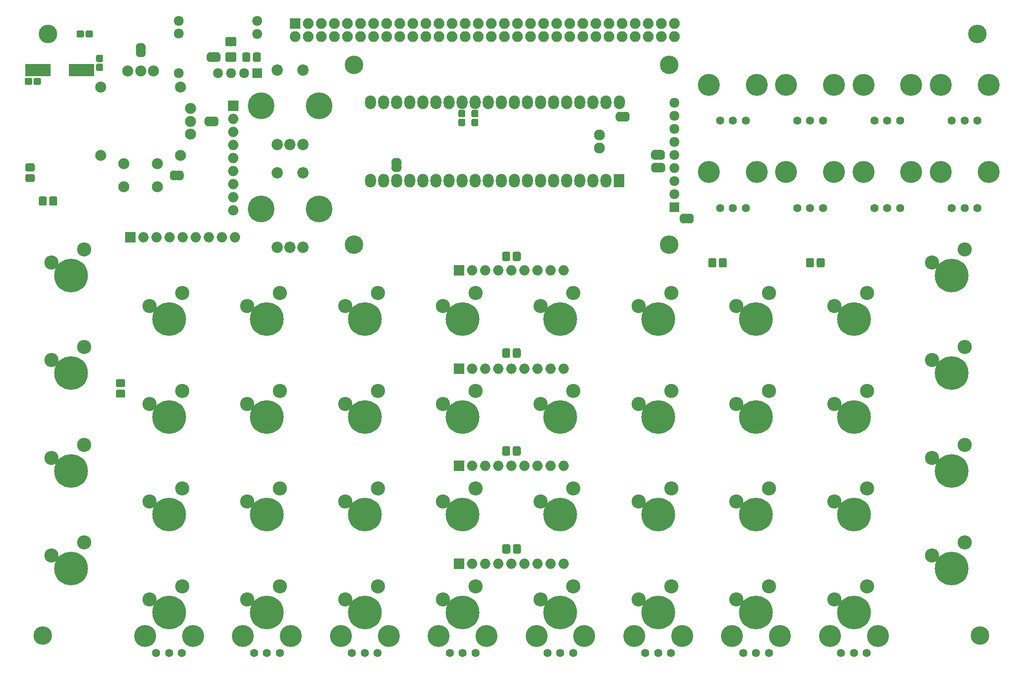
<source format=gts>
G04 #@! TF.GenerationSoftware,KiCad,Pcbnew,(5.0.0)*
G04 #@! TF.CreationDate,2018-11-03T08:25:57+09:00*
G04 #@! TF.ProjectId,techinup_if,74656368696E75705F69662E6B696361,rev?*
G04 #@! TF.SameCoordinates,Original*
G04 #@! TF.FileFunction,Soldermask,Top*
G04 #@! TF.FilePolarity,Negative*
%FSLAX46Y46*%
G04 Gerber Fmt 4.6, Leading zero omitted, Abs format (unit mm)*
G04 Created by KiCad (PCBNEW (5.0.0)) date 11/03/18 08:25:57*
%MOMM*%
%LPD*%
G01*
G04 APERTURE LIST*
%ADD10C,3.600000*%
%ADD11C,2.750000*%
%ADD12C,6.550000*%
%ADD13C,0.100000*%
%ADD14C,1.550000*%
%ADD15C,1.825000*%
%ADD16C,1.350000*%
%ADD17C,1.924000*%
%ADD18R,1.924000X1.924000*%
%ADD19O,2.100000X2.100000*%
%ADD20R,2.100000X2.100000*%
%ADD21C,0.500000*%
%ADD22O,2.000000X2.000000*%
%ADD23R,2.000000X2.000000*%
%ADD24C,4.271000*%
%ADD25C,1.600000*%
%ADD26C,5.200000*%
%ADD27C,2.200000*%
%ADD28C,2.150000*%
%ADD29R,2.127200X2.650000*%
%ADD30O,2.127200X2.650000*%
%ADD31O,2.127200X2.127200*%
%ADD32R,4.900000X2.400000*%
G04 APERTURE END LIST*
D10*
G04 #@! TO.C,x2*
X216500000Y-58000000D03*
G04 #@! TD*
D11*
G04 #@! TO.C,SW1*
X36690000Y-102460000D03*
X43040000Y-99920000D03*
D12*
X40500000Y-105000000D03*
G04 #@! TD*
D10*
G04 #@! TO.C,x4*
X217000000Y-175000000D03*
G04 #@! TD*
G04 #@! TO.C,x3*
X35000000Y-175000000D03*
G04 #@! TD*
G04 #@! TO.C,x1*
X36000000Y-58000000D03*
G04 #@! TD*
D13*
G04 #@! TO.C,C1*
G36*
X165471071Y-101601623D02*
X165503781Y-101606475D01*
X165535857Y-101614509D01*
X165566991Y-101625649D01*
X165596884Y-101639787D01*
X165625247Y-101656787D01*
X165651807Y-101676485D01*
X165676308Y-101698692D01*
X165698515Y-101723193D01*
X165718213Y-101749753D01*
X165735213Y-101778116D01*
X165749351Y-101808009D01*
X165760491Y-101839143D01*
X165768525Y-101871219D01*
X165773377Y-101903929D01*
X165775000Y-101936956D01*
X165775000Y-103063044D01*
X165773377Y-103096071D01*
X165768525Y-103128781D01*
X165760491Y-103160857D01*
X165749351Y-103191991D01*
X165735213Y-103221884D01*
X165718213Y-103250247D01*
X165698515Y-103276807D01*
X165676308Y-103301308D01*
X165651807Y-103323515D01*
X165625247Y-103343213D01*
X165596884Y-103360213D01*
X165566991Y-103374351D01*
X165535857Y-103385491D01*
X165503781Y-103393525D01*
X165471071Y-103398377D01*
X165438044Y-103400000D01*
X164561956Y-103400000D01*
X164528929Y-103398377D01*
X164496219Y-103393525D01*
X164464143Y-103385491D01*
X164433009Y-103374351D01*
X164403116Y-103360213D01*
X164374753Y-103343213D01*
X164348193Y-103323515D01*
X164323692Y-103301308D01*
X164301485Y-103276807D01*
X164281787Y-103250247D01*
X164264787Y-103221884D01*
X164250649Y-103191991D01*
X164239509Y-103160857D01*
X164231475Y-103128781D01*
X164226623Y-103096071D01*
X164225000Y-103063044D01*
X164225000Y-101936956D01*
X164226623Y-101903929D01*
X164231475Y-101871219D01*
X164239509Y-101839143D01*
X164250649Y-101808009D01*
X164264787Y-101778116D01*
X164281787Y-101749753D01*
X164301485Y-101723193D01*
X164323692Y-101698692D01*
X164348193Y-101676485D01*
X164374753Y-101656787D01*
X164403116Y-101639787D01*
X164433009Y-101625649D01*
X164464143Y-101614509D01*
X164496219Y-101606475D01*
X164528929Y-101601623D01*
X164561956Y-101600000D01*
X165438044Y-101600000D01*
X165471071Y-101601623D01*
X165471071Y-101601623D01*
G37*
D14*
X165000000Y-102500000D03*
D13*
G36*
X167521071Y-101601623D02*
X167553781Y-101606475D01*
X167585857Y-101614509D01*
X167616991Y-101625649D01*
X167646884Y-101639787D01*
X167675247Y-101656787D01*
X167701807Y-101676485D01*
X167726308Y-101698692D01*
X167748515Y-101723193D01*
X167768213Y-101749753D01*
X167785213Y-101778116D01*
X167799351Y-101808009D01*
X167810491Y-101839143D01*
X167818525Y-101871219D01*
X167823377Y-101903929D01*
X167825000Y-101936956D01*
X167825000Y-103063044D01*
X167823377Y-103096071D01*
X167818525Y-103128781D01*
X167810491Y-103160857D01*
X167799351Y-103191991D01*
X167785213Y-103221884D01*
X167768213Y-103250247D01*
X167748515Y-103276807D01*
X167726308Y-103301308D01*
X167701807Y-103323515D01*
X167675247Y-103343213D01*
X167646884Y-103360213D01*
X167616991Y-103374351D01*
X167585857Y-103385491D01*
X167553781Y-103393525D01*
X167521071Y-103398377D01*
X167488044Y-103400000D01*
X166611956Y-103400000D01*
X166578929Y-103398377D01*
X166546219Y-103393525D01*
X166514143Y-103385491D01*
X166483009Y-103374351D01*
X166453116Y-103360213D01*
X166424753Y-103343213D01*
X166398193Y-103323515D01*
X166373692Y-103301308D01*
X166351485Y-103276807D01*
X166331787Y-103250247D01*
X166314787Y-103221884D01*
X166300649Y-103191991D01*
X166289509Y-103160857D01*
X166281475Y-103128781D01*
X166276623Y-103096071D01*
X166275000Y-103063044D01*
X166275000Y-101936956D01*
X166276623Y-101903929D01*
X166281475Y-101871219D01*
X166289509Y-101839143D01*
X166300649Y-101808009D01*
X166314787Y-101778116D01*
X166331787Y-101749753D01*
X166351485Y-101723193D01*
X166373692Y-101698692D01*
X166398193Y-101676485D01*
X166424753Y-101656787D01*
X166453116Y-101639787D01*
X166483009Y-101625649D01*
X166514143Y-101614509D01*
X166546219Y-101606475D01*
X166578929Y-101601623D01*
X166611956Y-101600000D01*
X167488044Y-101600000D01*
X167521071Y-101601623D01*
X167521071Y-101601623D01*
G37*
D14*
X167050000Y-102500000D03*
G04 #@! TD*
D13*
G04 #@! TO.C,C2*
G36*
X184471071Y-101601623D02*
X184503781Y-101606475D01*
X184535857Y-101614509D01*
X184566991Y-101625649D01*
X184596884Y-101639787D01*
X184625247Y-101656787D01*
X184651807Y-101676485D01*
X184676308Y-101698692D01*
X184698515Y-101723193D01*
X184718213Y-101749753D01*
X184735213Y-101778116D01*
X184749351Y-101808009D01*
X184760491Y-101839143D01*
X184768525Y-101871219D01*
X184773377Y-101903929D01*
X184775000Y-101936956D01*
X184775000Y-103063044D01*
X184773377Y-103096071D01*
X184768525Y-103128781D01*
X184760491Y-103160857D01*
X184749351Y-103191991D01*
X184735213Y-103221884D01*
X184718213Y-103250247D01*
X184698515Y-103276807D01*
X184676308Y-103301308D01*
X184651807Y-103323515D01*
X184625247Y-103343213D01*
X184596884Y-103360213D01*
X184566991Y-103374351D01*
X184535857Y-103385491D01*
X184503781Y-103393525D01*
X184471071Y-103398377D01*
X184438044Y-103400000D01*
X183561956Y-103400000D01*
X183528929Y-103398377D01*
X183496219Y-103393525D01*
X183464143Y-103385491D01*
X183433009Y-103374351D01*
X183403116Y-103360213D01*
X183374753Y-103343213D01*
X183348193Y-103323515D01*
X183323692Y-103301308D01*
X183301485Y-103276807D01*
X183281787Y-103250247D01*
X183264787Y-103221884D01*
X183250649Y-103191991D01*
X183239509Y-103160857D01*
X183231475Y-103128781D01*
X183226623Y-103096071D01*
X183225000Y-103063044D01*
X183225000Y-101936956D01*
X183226623Y-101903929D01*
X183231475Y-101871219D01*
X183239509Y-101839143D01*
X183250649Y-101808009D01*
X183264787Y-101778116D01*
X183281787Y-101749753D01*
X183301485Y-101723193D01*
X183323692Y-101698692D01*
X183348193Y-101676485D01*
X183374753Y-101656787D01*
X183403116Y-101639787D01*
X183433009Y-101625649D01*
X183464143Y-101614509D01*
X183496219Y-101606475D01*
X183528929Y-101601623D01*
X183561956Y-101600000D01*
X184438044Y-101600000D01*
X184471071Y-101601623D01*
X184471071Y-101601623D01*
G37*
D14*
X184000000Y-102500000D03*
D13*
G36*
X186521071Y-101601623D02*
X186553781Y-101606475D01*
X186585857Y-101614509D01*
X186616991Y-101625649D01*
X186646884Y-101639787D01*
X186675247Y-101656787D01*
X186701807Y-101676485D01*
X186726308Y-101698692D01*
X186748515Y-101723193D01*
X186768213Y-101749753D01*
X186785213Y-101778116D01*
X186799351Y-101808009D01*
X186810491Y-101839143D01*
X186818525Y-101871219D01*
X186823377Y-101903929D01*
X186825000Y-101936956D01*
X186825000Y-103063044D01*
X186823377Y-103096071D01*
X186818525Y-103128781D01*
X186810491Y-103160857D01*
X186799351Y-103191991D01*
X186785213Y-103221884D01*
X186768213Y-103250247D01*
X186748515Y-103276807D01*
X186726308Y-103301308D01*
X186701807Y-103323515D01*
X186675247Y-103343213D01*
X186646884Y-103360213D01*
X186616991Y-103374351D01*
X186585857Y-103385491D01*
X186553781Y-103393525D01*
X186521071Y-103398377D01*
X186488044Y-103400000D01*
X185611956Y-103400000D01*
X185578929Y-103398377D01*
X185546219Y-103393525D01*
X185514143Y-103385491D01*
X185483009Y-103374351D01*
X185453116Y-103360213D01*
X185424753Y-103343213D01*
X185398193Y-103323515D01*
X185373692Y-103301308D01*
X185351485Y-103276807D01*
X185331787Y-103250247D01*
X185314787Y-103221884D01*
X185300649Y-103191991D01*
X185289509Y-103160857D01*
X185281475Y-103128781D01*
X185276623Y-103096071D01*
X185275000Y-103063044D01*
X185275000Y-101936956D01*
X185276623Y-101903929D01*
X185281475Y-101871219D01*
X185289509Y-101839143D01*
X185300649Y-101808009D01*
X185314787Y-101778116D01*
X185331787Y-101749753D01*
X185351485Y-101723193D01*
X185373692Y-101698692D01*
X185398193Y-101676485D01*
X185424753Y-101656787D01*
X185453116Y-101639787D01*
X185483009Y-101625649D01*
X185514143Y-101614509D01*
X185546219Y-101606475D01*
X185578929Y-101601623D01*
X185611956Y-101600000D01*
X186488044Y-101600000D01*
X186521071Y-101601623D01*
X186521071Y-101601623D01*
G37*
D14*
X186050000Y-102500000D03*
G04 #@! TD*
D13*
G04 #@! TO.C,C3*
G36*
X50662071Y-125124623D02*
X50694781Y-125129475D01*
X50726857Y-125137509D01*
X50757991Y-125148649D01*
X50787884Y-125162787D01*
X50816247Y-125179787D01*
X50842807Y-125199485D01*
X50867308Y-125221692D01*
X50889515Y-125246193D01*
X50909213Y-125272753D01*
X50926213Y-125301116D01*
X50940351Y-125331009D01*
X50951491Y-125362143D01*
X50959525Y-125394219D01*
X50964377Y-125426929D01*
X50966000Y-125459956D01*
X50966000Y-126336044D01*
X50964377Y-126369071D01*
X50959525Y-126401781D01*
X50951491Y-126433857D01*
X50940351Y-126464991D01*
X50926213Y-126494884D01*
X50909213Y-126523247D01*
X50889515Y-126549807D01*
X50867308Y-126574308D01*
X50842807Y-126596515D01*
X50816247Y-126616213D01*
X50787884Y-126633213D01*
X50757991Y-126647351D01*
X50726857Y-126658491D01*
X50694781Y-126666525D01*
X50662071Y-126671377D01*
X50629044Y-126673000D01*
X49502956Y-126673000D01*
X49469929Y-126671377D01*
X49437219Y-126666525D01*
X49405143Y-126658491D01*
X49374009Y-126647351D01*
X49344116Y-126633213D01*
X49315753Y-126616213D01*
X49289193Y-126596515D01*
X49264692Y-126574308D01*
X49242485Y-126549807D01*
X49222787Y-126523247D01*
X49205787Y-126494884D01*
X49191649Y-126464991D01*
X49180509Y-126433857D01*
X49172475Y-126401781D01*
X49167623Y-126369071D01*
X49166000Y-126336044D01*
X49166000Y-125459956D01*
X49167623Y-125426929D01*
X49172475Y-125394219D01*
X49180509Y-125362143D01*
X49191649Y-125331009D01*
X49205787Y-125301116D01*
X49222787Y-125272753D01*
X49242485Y-125246193D01*
X49264692Y-125221692D01*
X49289193Y-125199485D01*
X49315753Y-125179787D01*
X49344116Y-125162787D01*
X49374009Y-125148649D01*
X49405143Y-125137509D01*
X49437219Y-125129475D01*
X49469929Y-125124623D01*
X49502956Y-125123000D01*
X50629044Y-125123000D01*
X50662071Y-125124623D01*
X50662071Y-125124623D01*
G37*
D14*
X50066000Y-125898000D03*
D13*
G36*
X50662071Y-127174623D02*
X50694781Y-127179475D01*
X50726857Y-127187509D01*
X50757991Y-127198649D01*
X50787884Y-127212787D01*
X50816247Y-127229787D01*
X50842807Y-127249485D01*
X50867308Y-127271692D01*
X50889515Y-127296193D01*
X50909213Y-127322753D01*
X50926213Y-127351116D01*
X50940351Y-127381009D01*
X50951491Y-127412143D01*
X50959525Y-127444219D01*
X50964377Y-127476929D01*
X50966000Y-127509956D01*
X50966000Y-128386044D01*
X50964377Y-128419071D01*
X50959525Y-128451781D01*
X50951491Y-128483857D01*
X50940351Y-128514991D01*
X50926213Y-128544884D01*
X50909213Y-128573247D01*
X50889515Y-128599807D01*
X50867308Y-128624308D01*
X50842807Y-128646515D01*
X50816247Y-128666213D01*
X50787884Y-128683213D01*
X50757991Y-128697351D01*
X50726857Y-128708491D01*
X50694781Y-128716525D01*
X50662071Y-128721377D01*
X50629044Y-128723000D01*
X49502956Y-128723000D01*
X49469929Y-128721377D01*
X49437219Y-128716525D01*
X49405143Y-128708491D01*
X49374009Y-128697351D01*
X49344116Y-128683213D01*
X49315753Y-128666213D01*
X49289193Y-128646515D01*
X49264692Y-128624308D01*
X49242485Y-128599807D01*
X49222787Y-128573247D01*
X49205787Y-128544884D01*
X49191649Y-128514991D01*
X49180509Y-128483857D01*
X49172475Y-128451781D01*
X49167623Y-128419071D01*
X49166000Y-128386044D01*
X49166000Y-127509956D01*
X49167623Y-127476929D01*
X49172475Y-127444219D01*
X49180509Y-127412143D01*
X49191649Y-127381009D01*
X49205787Y-127351116D01*
X49222787Y-127322753D01*
X49242485Y-127296193D01*
X49264692Y-127271692D01*
X49289193Y-127249485D01*
X49315753Y-127229787D01*
X49344116Y-127212787D01*
X49374009Y-127198649D01*
X49405143Y-127187509D01*
X49437219Y-127179475D01*
X49469929Y-127174623D01*
X49502956Y-127173000D01*
X50629044Y-127173000D01*
X50662071Y-127174623D01*
X50662071Y-127174623D01*
G37*
D14*
X50066000Y-127948000D03*
G04 #@! TD*
D13*
G04 #@! TO.C,C4*
G36*
X125449071Y-100361623D02*
X125481781Y-100366475D01*
X125513857Y-100374509D01*
X125544991Y-100385649D01*
X125574884Y-100399787D01*
X125603247Y-100416787D01*
X125629807Y-100436485D01*
X125654308Y-100458692D01*
X125676515Y-100483193D01*
X125696213Y-100509753D01*
X125713213Y-100538116D01*
X125727351Y-100568009D01*
X125738491Y-100599143D01*
X125746525Y-100631219D01*
X125751377Y-100663929D01*
X125753000Y-100696956D01*
X125753000Y-101823044D01*
X125751377Y-101856071D01*
X125746525Y-101888781D01*
X125738491Y-101920857D01*
X125727351Y-101951991D01*
X125713213Y-101981884D01*
X125696213Y-102010247D01*
X125676515Y-102036807D01*
X125654308Y-102061308D01*
X125629807Y-102083515D01*
X125603247Y-102103213D01*
X125574884Y-102120213D01*
X125544991Y-102134351D01*
X125513857Y-102145491D01*
X125481781Y-102153525D01*
X125449071Y-102158377D01*
X125416044Y-102160000D01*
X124539956Y-102160000D01*
X124506929Y-102158377D01*
X124474219Y-102153525D01*
X124442143Y-102145491D01*
X124411009Y-102134351D01*
X124381116Y-102120213D01*
X124352753Y-102103213D01*
X124326193Y-102083515D01*
X124301692Y-102061308D01*
X124279485Y-102036807D01*
X124259787Y-102010247D01*
X124242787Y-101981884D01*
X124228649Y-101951991D01*
X124217509Y-101920857D01*
X124209475Y-101888781D01*
X124204623Y-101856071D01*
X124203000Y-101823044D01*
X124203000Y-100696956D01*
X124204623Y-100663929D01*
X124209475Y-100631219D01*
X124217509Y-100599143D01*
X124228649Y-100568009D01*
X124242787Y-100538116D01*
X124259787Y-100509753D01*
X124279485Y-100483193D01*
X124301692Y-100458692D01*
X124326193Y-100436485D01*
X124352753Y-100416787D01*
X124381116Y-100399787D01*
X124411009Y-100385649D01*
X124442143Y-100374509D01*
X124474219Y-100366475D01*
X124506929Y-100361623D01*
X124539956Y-100360000D01*
X125416044Y-100360000D01*
X125449071Y-100361623D01*
X125449071Y-100361623D01*
G37*
D14*
X124978000Y-101260000D03*
D13*
G36*
X127499071Y-100361623D02*
X127531781Y-100366475D01*
X127563857Y-100374509D01*
X127594991Y-100385649D01*
X127624884Y-100399787D01*
X127653247Y-100416787D01*
X127679807Y-100436485D01*
X127704308Y-100458692D01*
X127726515Y-100483193D01*
X127746213Y-100509753D01*
X127763213Y-100538116D01*
X127777351Y-100568009D01*
X127788491Y-100599143D01*
X127796525Y-100631219D01*
X127801377Y-100663929D01*
X127803000Y-100696956D01*
X127803000Y-101823044D01*
X127801377Y-101856071D01*
X127796525Y-101888781D01*
X127788491Y-101920857D01*
X127777351Y-101951991D01*
X127763213Y-101981884D01*
X127746213Y-102010247D01*
X127726515Y-102036807D01*
X127704308Y-102061308D01*
X127679807Y-102083515D01*
X127653247Y-102103213D01*
X127624884Y-102120213D01*
X127594991Y-102134351D01*
X127563857Y-102145491D01*
X127531781Y-102153525D01*
X127499071Y-102158377D01*
X127466044Y-102160000D01*
X126589956Y-102160000D01*
X126556929Y-102158377D01*
X126524219Y-102153525D01*
X126492143Y-102145491D01*
X126461009Y-102134351D01*
X126431116Y-102120213D01*
X126402753Y-102103213D01*
X126376193Y-102083515D01*
X126351692Y-102061308D01*
X126329485Y-102036807D01*
X126309787Y-102010247D01*
X126292787Y-101981884D01*
X126278649Y-101951991D01*
X126267509Y-101920857D01*
X126259475Y-101888781D01*
X126254623Y-101856071D01*
X126253000Y-101823044D01*
X126253000Y-100696956D01*
X126254623Y-100663929D01*
X126259475Y-100631219D01*
X126267509Y-100599143D01*
X126278649Y-100568009D01*
X126292787Y-100538116D01*
X126309787Y-100509753D01*
X126329485Y-100483193D01*
X126351692Y-100458692D01*
X126376193Y-100436485D01*
X126402753Y-100416787D01*
X126431116Y-100399787D01*
X126461009Y-100385649D01*
X126492143Y-100374509D01*
X126524219Y-100366475D01*
X126556929Y-100361623D01*
X126589956Y-100360000D01*
X127466044Y-100360000D01*
X127499071Y-100361623D01*
X127499071Y-100361623D01*
G37*
D14*
X127028000Y-101260000D03*
G04 #@! TD*
D13*
G04 #@! TO.C,C5*
G36*
X125449071Y-119157623D02*
X125481781Y-119162475D01*
X125513857Y-119170509D01*
X125544991Y-119181649D01*
X125574884Y-119195787D01*
X125603247Y-119212787D01*
X125629807Y-119232485D01*
X125654308Y-119254692D01*
X125676515Y-119279193D01*
X125696213Y-119305753D01*
X125713213Y-119334116D01*
X125727351Y-119364009D01*
X125738491Y-119395143D01*
X125746525Y-119427219D01*
X125751377Y-119459929D01*
X125753000Y-119492956D01*
X125753000Y-120619044D01*
X125751377Y-120652071D01*
X125746525Y-120684781D01*
X125738491Y-120716857D01*
X125727351Y-120747991D01*
X125713213Y-120777884D01*
X125696213Y-120806247D01*
X125676515Y-120832807D01*
X125654308Y-120857308D01*
X125629807Y-120879515D01*
X125603247Y-120899213D01*
X125574884Y-120916213D01*
X125544991Y-120930351D01*
X125513857Y-120941491D01*
X125481781Y-120949525D01*
X125449071Y-120954377D01*
X125416044Y-120956000D01*
X124539956Y-120956000D01*
X124506929Y-120954377D01*
X124474219Y-120949525D01*
X124442143Y-120941491D01*
X124411009Y-120930351D01*
X124381116Y-120916213D01*
X124352753Y-120899213D01*
X124326193Y-120879515D01*
X124301692Y-120857308D01*
X124279485Y-120832807D01*
X124259787Y-120806247D01*
X124242787Y-120777884D01*
X124228649Y-120747991D01*
X124217509Y-120716857D01*
X124209475Y-120684781D01*
X124204623Y-120652071D01*
X124203000Y-120619044D01*
X124203000Y-119492956D01*
X124204623Y-119459929D01*
X124209475Y-119427219D01*
X124217509Y-119395143D01*
X124228649Y-119364009D01*
X124242787Y-119334116D01*
X124259787Y-119305753D01*
X124279485Y-119279193D01*
X124301692Y-119254692D01*
X124326193Y-119232485D01*
X124352753Y-119212787D01*
X124381116Y-119195787D01*
X124411009Y-119181649D01*
X124442143Y-119170509D01*
X124474219Y-119162475D01*
X124506929Y-119157623D01*
X124539956Y-119156000D01*
X125416044Y-119156000D01*
X125449071Y-119157623D01*
X125449071Y-119157623D01*
G37*
D14*
X124978000Y-120056000D03*
D13*
G36*
X127499071Y-119157623D02*
X127531781Y-119162475D01*
X127563857Y-119170509D01*
X127594991Y-119181649D01*
X127624884Y-119195787D01*
X127653247Y-119212787D01*
X127679807Y-119232485D01*
X127704308Y-119254692D01*
X127726515Y-119279193D01*
X127746213Y-119305753D01*
X127763213Y-119334116D01*
X127777351Y-119364009D01*
X127788491Y-119395143D01*
X127796525Y-119427219D01*
X127801377Y-119459929D01*
X127803000Y-119492956D01*
X127803000Y-120619044D01*
X127801377Y-120652071D01*
X127796525Y-120684781D01*
X127788491Y-120716857D01*
X127777351Y-120747991D01*
X127763213Y-120777884D01*
X127746213Y-120806247D01*
X127726515Y-120832807D01*
X127704308Y-120857308D01*
X127679807Y-120879515D01*
X127653247Y-120899213D01*
X127624884Y-120916213D01*
X127594991Y-120930351D01*
X127563857Y-120941491D01*
X127531781Y-120949525D01*
X127499071Y-120954377D01*
X127466044Y-120956000D01*
X126589956Y-120956000D01*
X126556929Y-120954377D01*
X126524219Y-120949525D01*
X126492143Y-120941491D01*
X126461009Y-120930351D01*
X126431116Y-120916213D01*
X126402753Y-120899213D01*
X126376193Y-120879515D01*
X126351692Y-120857308D01*
X126329485Y-120832807D01*
X126309787Y-120806247D01*
X126292787Y-120777884D01*
X126278649Y-120747991D01*
X126267509Y-120716857D01*
X126259475Y-120684781D01*
X126254623Y-120652071D01*
X126253000Y-120619044D01*
X126253000Y-119492956D01*
X126254623Y-119459929D01*
X126259475Y-119427219D01*
X126267509Y-119395143D01*
X126278649Y-119364009D01*
X126292787Y-119334116D01*
X126309787Y-119305753D01*
X126329485Y-119279193D01*
X126351692Y-119254692D01*
X126376193Y-119232485D01*
X126402753Y-119212787D01*
X126431116Y-119195787D01*
X126461009Y-119181649D01*
X126492143Y-119170509D01*
X126524219Y-119162475D01*
X126556929Y-119157623D01*
X126589956Y-119156000D01*
X127466044Y-119156000D01*
X127499071Y-119157623D01*
X127499071Y-119157623D01*
G37*
D14*
X127028000Y-120056000D03*
G04 #@! TD*
D13*
G04 #@! TO.C,C6*
G36*
X125449071Y-138207623D02*
X125481781Y-138212475D01*
X125513857Y-138220509D01*
X125544991Y-138231649D01*
X125574884Y-138245787D01*
X125603247Y-138262787D01*
X125629807Y-138282485D01*
X125654308Y-138304692D01*
X125676515Y-138329193D01*
X125696213Y-138355753D01*
X125713213Y-138384116D01*
X125727351Y-138414009D01*
X125738491Y-138445143D01*
X125746525Y-138477219D01*
X125751377Y-138509929D01*
X125753000Y-138542956D01*
X125753000Y-139669044D01*
X125751377Y-139702071D01*
X125746525Y-139734781D01*
X125738491Y-139766857D01*
X125727351Y-139797991D01*
X125713213Y-139827884D01*
X125696213Y-139856247D01*
X125676515Y-139882807D01*
X125654308Y-139907308D01*
X125629807Y-139929515D01*
X125603247Y-139949213D01*
X125574884Y-139966213D01*
X125544991Y-139980351D01*
X125513857Y-139991491D01*
X125481781Y-139999525D01*
X125449071Y-140004377D01*
X125416044Y-140006000D01*
X124539956Y-140006000D01*
X124506929Y-140004377D01*
X124474219Y-139999525D01*
X124442143Y-139991491D01*
X124411009Y-139980351D01*
X124381116Y-139966213D01*
X124352753Y-139949213D01*
X124326193Y-139929515D01*
X124301692Y-139907308D01*
X124279485Y-139882807D01*
X124259787Y-139856247D01*
X124242787Y-139827884D01*
X124228649Y-139797991D01*
X124217509Y-139766857D01*
X124209475Y-139734781D01*
X124204623Y-139702071D01*
X124203000Y-139669044D01*
X124203000Y-138542956D01*
X124204623Y-138509929D01*
X124209475Y-138477219D01*
X124217509Y-138445143D01*
X124228649Y-138414009D01*
X124242787Y-138384116D01*
X124259787Y-138355753D01*
X124279485Y-138329193D01*
X124301692Y-138304692D01*
X124326193Y-138282485D01*
X124352753Y-138262787D01*
X124381116Y-138245787D01*
X124411009Y-138231649D01*
X124442143Y-138220509D01*
X124474219Y-138212475D01*
X124506929Y-138207623D01*
X124539956Y-138206000D01*
X125416044Y-138206000D01*
X125449071Y-138207623D01*
X125449071Y-138207623D01*
G37*
D14*
X124978000Y-139106000D03*
D13*
G36*
X127499071Y-138207623D02*
X127531781Y-138212475D01*
X127563857Y-138220509D01*
X127594991Y-138231649D01*
X127624884Y-138245787D01*
X127653247Y-138262787D01*
X127679807Y-138282485D01*
X127704308Y-138304692D01*
X127726515Y-138329193D01*
X127746213Y-138355753D01*
X127763213Y-138384116D01*
X127777351Y-138414009D01*
X127788491Y-138445143D01*
X127796525Y-138477219D01*
X127801377Y-138509929D01*
X127803000Y-138542956D01*
X127803000Y-139669044D01*
X127801377Y-139702071D01*
X127796525Y-139734781D01*
X127788491Y-139766857D01*
X127777351Y-139797991D01*
X127763213Y-139827884D01*
X127746213Y-139856247D01*
X127726515Y-139882807D01*
X127704308Y-139907308D01*
X127679807Y-139929515D01*
X127653247Y-139949213D01*
X127624884Y-139966213D01*
X127594991Y-139980351D01*
X127563857Y-139991491D01*
X127531781Y-139999525D01*
X127499071Y-140004377D01*
X127466044Y-140006000D01*
X126589956Y-140006000D01*
X126556929Y-140004377D01*
X126524219Y-139999525D01*
X126492143Y-139991491D01*
X126461009Y-139980351D01*
X126431116Y-139966213D01*
X126402753Y-139949213D01*
X126376193Y-139929515D01*
X126351692Y-139907308D01*
X126329485Y-139882807D01*
X126309787Y-139856247D01*
X126292787Y-139827884D01*
X126278649Y-139797991D01*
X126267509Y-139766857D01*
X126259475Y-139734781D01*
X126254623Y-139702071D01*
X126253000Y-139669044D01*
X126253000Y-138542956D01*
X126254623Y-138509929D01*
X126259475Y-138477219D01*
X126267509Y-138445143D01*
X126278649Y-138414009D01*
X126292787Y-138384116D01*
X126309787Y-138355753D01*
X126329485Y-138329193D01*
X126351692Y-138304692D01*
X126376193Y-138282485D01*
X126402753Y-138262787D01*
X126431116Y-138245787D01*
X126461009Y-138231649D01*
X126492143Y-138220509D01*
X126524219Y-138212475D01*
X126556929Y-138207623D01*
X126589956Y-138206000D01*
X127466044Y-138206000D01*
X127499071Y-138207623D01*
X127499071Y-138207623D01*
G37*
D14*
X127028000Y-139106000D03*
G04 #@! TD*
D13*
G04 #@! TO.C,C7*
G36*
X125471071Y-157257623D02*
X125503781Y-157262475D01*
X125535857Y-157270509D01*
X125566991Y-157281649D01*
X125596884Y-157295787D01*
X125625247Y-157312787D01*
X125651807Y-157332485D01*
X125676308Y-157354692D01*
X125698515Y-157379193D01*
X125718213Y-157405753D01*
X125735213Y-157434116D01*
X125749351Y-157464009D01*
X125760491Y-157495143D01*
X125768525Y-157527219D01*
X125773377Y-157559929D01*
X125775000Y-157592956D01*
X125775000Y-158719044D01*
X125773377Y-158752071D01*
X125768525Y-158784781D01*
X125760491Y-158816857D01*
X125749351Y-158847991D01*
X125735213Y-158877884D01*
X125718213Y-158906247D01*
X125698515Y-158932807D01*
X125676308Y-158957308D01*
X125651807Y-158979515D01*
X125625247Y-158999213D01*
X125596884Y-159016213D01*
X125566991Y-159030351D01*
X125535857Y-159041491D01*
X125503781Y-159049525D01*
X125471071Y-159054377D01*
X125438044Y-159056000D01*
X124561956Y-159056000D01*
X124528929Y-159054377D01*
X124496219Y-159049525D01*
X124464143Y-159041491D01*
X124433009Y-159030351D01*
X124403116Y-159016213D01*
X124374753Y-158999213D01*
X124348193Y-158979515D01*
X124323692Y-158957308D01*
X124301485Y-158932807D01*
X124281787Y-158906247D01*
X124264787Y-158877884D01*
X124250649Y-158847991D01*
X124239509Y-158816857D01*
X124231475Y-158784781D01*
X124226623Y-158752071D01*
X124225000Y-158719044D01*
X124225000Y-157592956D01*
X124226623Y-157559929D01*
X124231475Y-157527219D01*
X124239509Y-157495143D01*
X124250649Y-157464009D01*
X124264787Y-157434116D01*
X124281787Y-157405753D01*
X124301485Y-157379193D01*
X124323692Y-157354692D01*
X124348193Y-157332485D01*
X124374753Y-157312787D01*
X124403116Y-157295787D01*
X124433009Y-157281649D01*
X124464143Y-157270509D01*
X124496219Y-157262475D01*
X124528929Y-157257623D01*
X124561956Y-157256000D01*
X125438044Y-157256000D01*
X125471071Y-157257623D01*
X125471071Y-157257623D01*
G37*
D14*
X125000000Y-158156000D03*
D13*
G36*
X127521071Y-157257623D02*
X127553781Y-157262475D01*
X127585857Y-157270509D01*
X127616991Y-157281649D01*
X127646884Y-157295787D01*
X127675247Y-157312787D01*
X127701807Y-157332485D01*
X127726308Y-157354692D01*
X127748515Y-157379193D01*
X127768213Y-157405753D01*
X127785213Y-157434116D01*
X127799351Y-157464009D01*
X127810491Y-157495143D01*
X127818525Y-157527219D01*
X127823377Y-157559929D01*
X127825000Y-157592956D01*
X127825000Y-158719044D01*
X127823377Y-158752071D01*
X127818525Y-158784781D01*
X127810491Y-158816857D01*
X127799351Y-158847991D01*
X127785213Y-158877884D01*
X127768213Y-158906247D01*
X127748515Y-158932807D01*
X127726308Y-158957308D01*
X127701807Y-158979515D01*
X127675247Y-158999213D01*
X127646884Y-159016213D01*
X127616991Y-159030351D01*
X127585857Y-159041491D01*
X127553781Y-159049525D01*
X127521071Y-159054377D01*
X127488044Y-159056000D01*
X126611956Y-159056000D01*
X126578929Y-159054377D01*
X126546219Y-159049525D01*
X126514143Y-159041491D01*
X126483009Y-159030351D01*
X126453116Y-159016213D01*
X126424753Y-158999213D01*
X126398193Y-158979515D01*
X126373692Y-158957308D01*
X126351485Y-158932807D01*
X126331787Y-158906247D01*
X126314787Y-158877884D01*
X126300649Y-158847991D01*
X126289509Y-158816857D01*
X126281475Y-158784781D01*
X126276623Y-158752071D01*
X126275000Y-158719044D01*
X126275000Y-157592956D01*
X126276623Y-157559929D01*
X126281475Y-157527219D01*
X126289509Y-157495143D01*
X126300649Y-157464009D01*
X126314787Y-157434116D01*
X126331787Y-157405753D01*
X126351485Y-157379193D01*
X126373692Y-157354692D01*
X126398193Y-157332485D01*
X126424753Y-157312787D01*
X126453116Y-157295787D01*
X126483009Y-157281649D01*
X126514143Y-157270509D01*
X126546219Y-157262475D01*
X126578929Y-157257623D01*
X126611956Y-157256000D01*
X127488044Y-157256000D01*
X127521071Y-157257623D01*
X127521071Y-157257623D01*
G37*
D14*
X127050000Y-158156000D03*
G04 #@! TD*
D13*
G04 #@! TO.C,C12*
G36*
X72286207Y-58589042D02*
X72317287Y-58593652D01*
X72347766Y-58601287D01*
X72377350Y-58611872D01*
X72405754Y-58625306D01*
X72432704Y-58641459D01*
X72457942Y-58660177D01*
X72481223Y-58681277D01*
X72502323Y-58704558D01*
X72521041Y-58729796D01*
X72537194Y-58756746D01*
X72550628Y-58785150D01*
X72561213Y-58814734D01*
X72568848Y-58845213D01*
X72573458Y-58876293D01*
X72575000Y-58907676D01*
X72575000Y-60092324D01*
X72573458Y-60123707D01*
X72568848Y-60154787D01*
X72561213Y-60185266D01*
X72550628Y-60214850D01*
X72537194Y-60243254D01*
X72521041Y-60270204D01*
X72502323Y-60295442D01*
X72481223Y-60318723D01*
X72457942Y-60339823D01*
X72432704Y-60358541D01*
X72405754Y-60374694D01*
X72377350Y-60388128D01*
X72347766Y-60398713D01*
X72317287Y-60406348D01*
X72286207Y-60410958D01*
X72254824Y-60412500D01*
X70745176Y-60412500D01*
X70713793Y-60410958D01*
X70682713Y-60406348D01*
X70652234Y-60398713D01*
X70622650Y-60388128D01*
X70594246Y-60374694D01*
X70567296Y-60358541D01*
X70542058Y-60339823D01*
X70518777Y-60318723D01*
X70497677Y-60295442D01*
X70478959Y-60270204D01*
X70462806Y-60243254D01*
X70449372Y-60214850D01*
X70438787Y-60185266D01*
X70431152Y-60154787D01*
X70426542Y-60123707D01*
X70425000Y-60092324D01*
X70425000Y-58907676D01*
X70426542Y-58876293D01*
X70431152Y-58845213D01*
X70438787Y-58814734D01*
X70449372Y-58785150D01*
X70462806Y-58756746D01*
X70478959Y-58729796D01*
X70497677Y-58704558D01*
X70518777Y-58681277D01*
X70542058Y-58660177D01*
X70567296Y-58641459D01*
X70594246Y-58625306D01*
X70622650Y-58611872D01*
X70652234Y-58601287D01*
X70682713Y-58593652D01*
X70713793Y-58589042D01*
X70745176Y-58587500D01*
X72254824Y-58587500D01*
X72286207Y-58589042D01*
X72286207Y-58589042D01*
G37*
D15*
X71500000Y-59500000D03*
D13*
G36*
X72286207Y-61564042D02*
X72317287Y-61568652D01*
X72347766Y-61576287D01*
X72377350Y-61586872D01*
X72405754Y-61600306D01*
X72432704Y-61616459D01*
X72457942Y-61635177D01*
X72481223Y-61656277D01*
X72502323Y-61679558D01*
X72521041Y-61704796D01*
X72537194Y-61731746D01*
X72550628Y-61760150D01*
X72561213Y-61789734D01*
X72568848Y-61820213D01*
X72573458Y-61851293D01*
X72575000Y-61882676D01*
X72575000Y-63067324D01*
X72573458Y-63098707D01*
X72568848Y-63129787D01*
X72561213Y-63160266D01*
X72550628Y-63189850D01*
X72537194Y-63218254D01*
X72521041Y-63245204D01*
X72502323Y-63270442D01*
X72481223Y-63293723D01*
X72457942Y-63314823D01*
X72432704Y-63333541D01*
X72405754Y-63349694D01*
X72377350Y-63363128D01*
X72347766Y-63373713D01*
X72317287Y-63381348D01*
X72286207Y-63385958D01*
X72254824Y-63387500D01*
X70745176Y-63387500D01*
X70713793Y-63385958D01*
X70682713Y-63381348D01*
X70652234Y-63373713D01*
X70622650Y-63363128D01*
X70594246Y-63349694D01*
X70567296Y-63333541D01*
X70542058Y-63314823D01*
X70518777Y-63293723D01*
X70497677Y-63270442D01*
X70478959Y-63245204D01*
X70462806Y-63218254D01*
X70449372Y-63189850D01*
X70438787Y-63160266D01*
X70431152Y-63129787D01*
X70426542Y-63098707D01*
X70425000Y-63067324D01*
X70425000Y-61882676D01*
X70426542Y-61851293D01*
X70431152Y-61820213D01*
X70438787Y-61789734D01*
X70449372Y-61760150D01*
X70462806Y-61731746D01*
X70478959Y-61704796D01*
X70497677Y-61679558D01*
X70518777Y-61656277D01*
X70542058Y-61635177D01*
X70567296Y-61616459D01*
X70594246Y-61600306D01*
X70622650Y-61586872D01*
X70652234Y-61576287D01*
X70682713Y-61568652D01*
X70713793Y-61564042D01*
X70745176Y-61562500D01*
X72254824Y-61562500D01*
X72286207Y-61564042D01*
X72286207Y-61564042D01*
G37*
D15*
X71500000Y-62475000D03*
G04 #@! TD*
D13*
G04 #@! TO.C,C13*
G36*
X35421071Y-89601623D02*
X35453781Y-89606475D01*
X35485857Y-89614509D01*
X35516991Y-89625649D01*
X35546884Y-89639787D01*
X35575247Y-89656787D01*
X35601807Y-89676485D01*
X35626308Y-89698692D01*
X35648515Y-89723193D01*
X35668213Y-89749753D01*
X35685213Y-89778116D01*
X35699351Y-89808009D01*
X35710491Y-89839143D01*
X35718525Y-89871219D01*
X35723377Y-89903929D01*
X35725000Y-89936956D01*
X35725000Y-91063044D01*
X35723377Y-91096071D01*
X35718525Y-91128781D01*
X35710491Y-91160857D01*
X35699351Y-91191991D01*
X35685213Y-91221884D01*
X35668213Y-91250247D01*
X35648515Y-91276807D01*
X35626308Y-91301308D01*
X35601807Y-91323515D01*
X35575247Y-91343213D01*
X35546884Y-91360213D01*
X35516991Y-91374351D01*
X35485857Y-91385491D01*
X35453781Y-91393525D01*
X35421071Y-91398377D01*
X35388044Y-91400000D01*
X34511956Y-91400000D01*
X34478929Y-91398377D01*
X34446219Y-91393525D01*
X34414143Y-91385491D01*
X34383009Y-91374351D01*
X34353116Y-91360213D01*
X34324753Y-91343213D01*
X34298193Y-91323515D01*
X34273692Y-91301308D01*
X34251485Y-91276807D01*
X34231787Y-91250247D01*
X34214787Y-91221884D01*
X34200649Y-91191991D01*
X34189509Y-91160857D01*
X34181475Y-91128781D01*
X34176623Y-91096071D01*
X34175000Y-91063044D01*
X34175000Y-89936956D01*
X34176623Y-89903929D01*
X34181475Y-89871219D01*
X34189509Y-89839143D01*
X34200649Y-89808009D01*
X34214787Y-89778116D01*
X34231787Y-89749753D01*
X34251485Y-89723193D01*
X34273692Y-89698692D01*
X34298193Y-89676485D01*
X34324753Y-89656787D01*
X34353116Y-89639787D01*
X34383009Y-89625649D01*
X34414143Y-89614509D01*
X34446219Y-89606475D01*
X34478929Y-89601623D01*
X34511956Y-89600000D01*
X35388044Y-89600000D01*
X35421071Y-89601623D01*
X35421071Y-89601623D01*
G37*
D14*
X34950000Y-90500000D03*
D13*
G36*
X37471071Y-89601623D02*
X37503781Y-89606475D01*
X37535857Y-89614509D01*
X37566991Y-89625649D01*
X37596884Y-89639787D01*
X37625247Y-89656787D01*
X37651807Y-89676485D01*
X37676308Y-89698692D01*
X37698515Y-89723193D01*
X37718213Y-89749753D01*
X37735213Y-89778116D01*
X37749351Y-89808009D01*
X37760491Y-89839143D01*
X37768525Y-89871219D01*
X37773377Y-89903929D01*
X37775000Y-89936956D01*
X37775000Y-91063044D01*
X37773377Y-91096071D01*
X37768525Y-91128781D01*
X37760491Y-91160857D01*
X37749351Y-91191991D01*
X37735213Y-91221884D01*
X37718213Y-91250247D01*
X37698515Y-91276807D01*
X37676308Y-91301308D01*
X37651807Y-91323515D01*
X37625247Y-91343213D01*
X37596884Y-91360213D01*
X37566991Y-91374351D01*
X37535857Y-91385491D01*
X37503781Y-91393525D01*
X37471071Y-91398377D01*
X37438044Y-91400000D01*
X36561956Y-91400000D01*
X36528929Y-91398377D01*
X36496219Y-91393525D01*
X36464143Y-91385491D01*
X36433009Y-91374351D01*
X36403116Y-91360213D01*
X36374753Y-91343213D01*
X36348193Y-91323515D01*
X36323692Y-91301308D01*
X36301485Y-91276807D01*
X36281787Y-91250247D01*
X36264787Y-91221884D01*
X36250649Y-91191991D01*
X36239509Y-91160857D01*
X36231475Y-91128781D01*
X36226623Y-91096071D01*
X36225000Y-91063044D01*
X36225000Y-89936956D01*
X36226623Y-89903929D01*
X36231475Y-89871219D01*
X36239509Y-89839143D01*
X36250649Y-89808009D01*
X36264787Y-89778116D01*
X36281787Y-89749753D01*
X36301485Y-89723193D01*
X36323692Y-89698692D01*
X36348193Y-89676485D01*
X36374753Y-89656787D01*
X36403116Y-89639787D01*
X36433009Y-89625649D01*
X36464143Y-89614509D01*
X36496219Y-89606475D01*
X36528929Y-89601623D01*
X36561956Y-89600000D01*
X37438044Y-89600000D01*
X37471071Y-89601623D01*
X37471071Y-89601623D01*
G37*
D14*
X37000000Y-90500000D03*
G04 #@! TD*
D13*
G04 #@! TO.C,C15*
G36*
X33096071Y-85226623D02*
X33128781Y-85231475D01*
X33160857Y-85239509D01*
X33191991Y-85250649D01*
X33221884Y-85264787D01*
X33250247Y-85281787D01*
X33276807Y-85301485D01*
X33301308Y-85323692D01*
X33323515Y-85348193D01*
X33343213Y-85374753D01*
X33360213Y-85403116D01*
X33374351Y-85433009D01*
X33385491Y-85464143D01*
X33393525Y-85496219D01*
X33398377Y-85528929D01*
X33400000Y-85561956D01*
X33400000Y-86438044D01*
X33398377Y-86471071D01*
X33393525Y-86503781D01*
X33385491Y-86535857D01*
X33374351Y-86566991D01*
X33360213Y-86596884D01*
X33343213Y-86625247D01*
X33323515Y-86651807D01*
X33301308Y-86676308D01*
X33276807Y-86698515D01*
X33250247Y-86718213D01*
X33221884Y-86735213D01*
X33191991Y-86749351D01*
X33160857Y-86760491D01*
X33128781Y-86768525D01*
X33096071Y-86773377D01*
X33063044Y-86775000D01*
X31936956Y-86775000D01*
X31903929Y-86773377D01*
X31871219Y-86768525D01*
X31839143Y-86760491D01*
X31808009Y-86749351D01*
X31778116Y-86735213D01*
X31749753Y-86718213D01*
X31723193Y-86698515D01*
X31698692Y-86676308D01*
X31676485Y-86651807D01*
X31656787Y-86625247D01*
X31639787Y-86596884D01*
X31625649Y-86566991D01*
X31614509Y-86535857D01*
X31606475Y-86503781D01*
X31601623Y-86471071D01*
X31600000Y-86438044D01*
X31600000Y-85561956D01*
X31601623Y-85528929D01*
X31606475Y-85496219D01*
X31614509Y-85464143D01*
X31625649Y-85433009D01*
X31639787Y-85403116D01*
X31656787Y-85374753D01*
X31676485Y-85348193D01*
X31698692Y-85323692D01*
X31723193Y-85301485D01*
X31749753Y-85281787D01*
X31778116Y-85264787D01*
X31808009Y-85250649D01*
X31839143Y-85239509D01*
X31871219Y-85231475D01*
X31903929Y-85226623D01*
X31936956Y-85225000D01*
X33063044Y-85225000D01*
X33096071Y-85226623D01*
X33096071Y-85226623D01*
G37*
D14*
X32500000Y-86000000D03*
D13*
G36*
X33096071Y-83176623D02*
X33128781Y-83181475D01*
X33160857Y-83189509D01*
X33191991Y-83200649D01*
X33221884Y-83214787D01*
X33250247Y-83231787D01*
X33276807Y-83251485D01*
X33301308Y-83273692D01*
X33323515Y-83298193D01*
X33343213Y-83324753D01*
X33360213Y-83353116D01*
X33374351Y-83383009D01*
X33385491Y-83414143D01*
X33393525Y-83446219D01*
X33398377Y-83478929D01*
X33400000Y-83511956D01*
X33400000Y-84388044D01*
X33398377Y-84421071D01*
X33393525Y-84453781D01*
X33385491Y-84485857D01*
X33374351Y-84516991D01*
X33360213Y-84546884D01*
X33343213Y-84575247D01*
X33323515Y-84601807D01*
X33301308Y-84626308D01*
X33276807Y-84648515D01*
X33250247Y-84668213D01*
X33221884Y-84685213D01*
X33191991Y-84699351D01*
X33160857Y-84710491D01*
X33128781Y-84718525D01*
X33096071Y-84723377D01*
X33063044Y-84725000D01*
X31936956Y-84725000D01*
X31903929Y-84723377D01*
X31871219Y-84718525D01*
X31839143Y-84710491D01*
X31808009Y-84699351D01*
X31778116Y-84685213D01*
X31749753Y-84668213D01*
X31723193Y-84648515D01*
X31698692Y-84626308D01*
X31676485Y-84601807D01*
X31656787Y-84575247D01*
X31639787Y-84546884D01*
X31625649Y-84516991D01*
X31614509Y-84485857D01*
X31606475Y-84453781D01*
X31601623Y-84421071D01*
X31600000Y-84388044D01*
X31600000Y-83511956D01*
X31601623Y-83478929D01*
X31606475Y-83446219D01*
X31614509Y-83414143D01*
X31625649Y-83383009D01*
X31639787Y-83353116D01*
X31656787Y-83324753D01*
X31676485Y-83298193D01*
X31698692Y-83273692D01*
X31723193Y-83251485D01*
X31749753Y-83231787D01*
X31778116Y-83214787D01*
X31808009Y-83200649D01*
X31839143Y-83189509D01*
X31871219Y-83181475D01*
X31903929Y-83176623D01*
X31936956Y-83175000D01*
X33063044Y-83175000D01*
X33096071Y-83176623D01*
X33096071Y-83176623D01*
G37*
D14*
X32500000Y-83950000D03*
G04 #@! TD*
D13*
G04 #@! TO.C,C16*
G36*
X34343581Y-66550625D02*
X34376343Y-66555485D01*
X34408471Y-66563533D01*
X34439656Y-66574691D01*
X34469596Y-66588852D01*
X34498005Y-66605879D01*
X34524608Y-66625609D01*
X34549149Y-66647851D01*
X34571391Y-66672392D01*
X34591121Y-66698995D01*
X34608148Y-66727404D01*
X34622309Y-66757344D01*
X34633467Y-66788529D01*
X34641515Y-66820657D01*
X34646375Y-66853419D01*
X34648000Y-66886500D01*
X34648000Y-67561500D01*
X34646375Y-67594581D01*
X34641515Y-67627343D01*
X34633467Y-67659471D01*
X34622309Y-67690656D01*
X34608148Y-67720596D01*
X34591121Y-67749005D01*
X34571391Y-67775608D01*
X34549149Y-67800149D01*
X34524608Y-67822391D01*
X34498005Y-67842121D01*
X34469596Y-67859148D01*
X34439656Y-67873309D01*
X34408471Y-67884467D01*
X34376343Y-67892515D01*
X34343581Y-67897375D01*
X34310500Y-67899000D01*
X33535500Y-67899000D01*
X33502419Y-67897375D01*
X33469657Y-67892515D01*
X33437529Y-67884467D01*
X33406344Y-67873309D01*
X33376404Y-67859148D01*
X33347995Y-67842121D01*
X33321392Y-67822391D01*
X33296851Y-67800149D01*
X33274609Y-67775608D01*
X33254879Y-67749005D01*
X33237852Y-67720596D01*
X33223691Y-67690656D01*
X33212533Y-67659471D01*
X33204485Y-67627343D01*
X33199625Y-67594581D01*
X33198000Y-67561500D01*
X33198000Y-66886500D01*
X33199625Y-66853419D01*
X33204485Y-66820657D01*
X33212533Y-66788529D01*
X33223691Y-66757344D01*
X33237852Y-66727404D01*
X33254879Y-66698995D01*
X33274609Y-66672392D01*
X33296851Y-66647851D01*
X33321392Y-66625609D01*
X33347995Y-66605879D01*
X33376404Y-66588852D01*
X33406344Y-66574691D01*
X33437529Y-66563533D01*
X33469657Y-66555485D01*
X33502419Y-66550625D01*
X33535500Y-66549000D01*
X34310500Y-66549000D01*
X34343581Y-66550625D01*
X34343581Y-66550625D01*
G37*
D16*
X33923000Y-67224000D03*
D13*
G36*
X32593581Y-66550625D02*
X32626343Y-66555485D01*
X32658471Y-66563533D01*
X32689656Y-66574691D01*
X32719596Y-66588852D01*
X32748005Y-66605879D01*
X32774608Y-66625609D01*
X32799149Y-66647851D01*
X32821391Y-66672392D01*
X32841121Y-66698995D01*
X32858148Y-66727404D01*
X32872309Y-66757344D01*
X32883467Y-66788529D01*
X32891515Y-66820657D01*
X32896375Y-66853419D01*
X32898000Y-66886500D01*
X32898000Y-67561500D01*
X32896375Y-67594581D01*
X32891515Y-67627343D01*
X32883467Y-67659471D01*
X32872309Y-67690656D01*
X32858148Y-67720596D01*
X32841121Y-67749005D01*
X32821391Y-67775608D01*
X32799149Y-67800149D01*
X32774608Y-67822391D01*
X32748005Y-67842121D01*
X32719596Y-67859148D01*
X32689656Y-67873309D01*
X32658471Y-67884467D01*
X32626343Y-67892515D01*
X32593581Y-67897375D01*
X32560500Y-67899000D01*
X31785500Y-67899000D01*
X31752419Y-67897375D01*
X31719657Y-67892515D01*
X31687529Y-67884467D01*
X31656344Y-67873309D01*
X31626404Y-67859148D01*
X31597995Y-67842121D01*
X31571392Y-67822391D01*
X31546851Y-67800149D01*
X31524609Y-67775608D01*
X31504879Y-67749005D01*
X31487852Y-67720596D01*
X31473691Y-67690656D01*
X31462533Y-67659471D01*
X31454485Y-67627343D01*
X31449625Y-67594581D01*
X31448000Y-67561500D01*
X31448000Y-66886500D01*
X31449625Y-66853419D01*
X31454485Y-66820657D01*
X31462533Y-66788529D01*
X31473691Y-66757344D01*
X31487852Y-66727404D01*
X31504879Y-66698995D01*
X31524609Y-66672392D01*
X31546851Y-66647851D01*
X31571392Y-66625609D01*
X31597995Y-66605879D01*
X31626404Y-66588852D01*
X31656344Y-66574691D01*
X31687529Y-66563533D01*
X31719657Y-66555485D01*
X31752419Y-66550625D01*
X31785500Y-66549000D01*
X32560500Y-66549000D01*
X32593581Y-66550625D01*
X32593581Y-66550625D01*
G37*
D16*
X32173000Y-67224000D03*
G04 #@! TD*
D13*
G04 #@! TO.C,C17*
G36*
X46370581Y-63776625D02*
X46403343Y-63781485D01*
X46435471Y-63789533D01*
X46466656Y-63800691D01*
X46496596Y-63814852D01*
X46525005Y-63831879D01*
X46551608Y-63851609D01*
X46576149Y-63873851D01*
X46598391Y-63898392D01*
X46618121Y-63924995D01*
X46635148Y-63953404D01*
X46649309Y-63983344D01*
X46660467Y-64014529D01*
X46668515Y-64046657D01*
X46673375Y-64079419D01*
X46675000Y-64112500D01*
X46675000Y-64887500D01*
X46673375Y-64920581D01*
X46668515Y-64953343D01*
X46660467Y-64985471D01*
X46649309Y-65016656D01*
X46635148Y-65046596D01*
X46618121Y-65075005D01*
X46598391Y-65101608D01*
X46576149Y-65126149D01*
X46551608Y-65148391D01*
X46525005Y-65168121D01*
X46496596Y-65185148D01*
X46466656Y-65199309D01*
X46435471Y-65210467D01*
X46403343Y-65218515D01*
X46370581Y-65223375D01*
X46337500Y-65225000D01*
X45662500Y-65225000D01*
X45629419Y-65223375D01*
X45596657Y-65218515D01*
X45564529Y-65210467D01*
X45533344Y-65199309D01*
X45503404Y-65185148D01*
X45474995Y-65168121D01*
X45448392Y-65148391D01*
X45423851Y-65126149D01*
X45401609Y-65101608D01*
X45381879Y-65075005D01*
X45364852Y-65046596D01*
X45350691Y-65016656D01*
X45339533Y-64985471D01*
X45331485Y-64953343D01*
X45326625Y-64920581D01*
X45325000Y-64887500D01*
X45325000Y-64112500D01*
X45326625Y-64079419D01*
X45331485Y-64046657D01*
X45339533Y-64014529D01*
X45350691Y-63983344D01*
X45364852Y-63953404D01*
X45381879Y-63924995D01*
X45401609Y-63898392D01*
X45423851Y-63873851D01*
X45448392Y-63851609D01*
X45474995Y-63831879D01*
X45503404Y-63814852D01*
X45533344Y-63800691D01*
X45564529Y-63789533D01*
X45596657Y-63781485D01*
X45629419Y-63776625D01*
X45662500Y-63775000D01*
X46337500Y-63775000D01*
X46370581Y-63776625D01*
X46370581Y-63776625D01*
G37*
D16*
X46000000Y-64500000D03*
D13*
G36*
X46370581Y-62026625D02*
X46403343Y-62031485D01*
X46435471Y-62039533D01*
X46466656Y-62050691D01*
X46496596Y-62064852D01*
X46525005Y-62081879D01*
X46551608Y-62101609D01*
X46576149Y-62123851D01*
X46598391Y-62148392D01*
X46618121Y-62174995D01*
X46635148Y-62203404D01*
X46649309Y-62233344D01*
X46660467Y-62264529D01*
X46668515Y-62296657D01*
X46673375Y-62329419D01*
X46675000Y-62362500D01*
X46675000Y-63137500D01*
X46673375Y-63170581D01*
X46668515Y-63203343D01*
X46660467Y-63235471D01*
X46649309Y-63266656D01*
X46635148Y-63296596D01*
X46618121Y-63325005D01*
X46598391Y-63351608D01*
X46576149Y-63376149D01*
X46551608Y-63398391D01*
X46525005Y-63418121D01*
X46496596Y-63435148D01*
X46466656Y-63449309D01*
X46435471Y-63460467D01*
X46403343Y-63468515D01*
X46370581Y-63473375D01*
X46337500Y-63475000D01*
X45662500Y-63475000D01*
X45629419Y-63473375D01*
X45596657Y-63468515D01*
X45564529Y-63460467D01*
X45533344Y-63449309D01*
X45503404Y-63435148D01*
X45474995Y-63418121D01*
X45448392Y-63398391D01*
X45423851Y-63376149D01*
X45401609Y-63351608D01*
X45381879Y-63325005D01*
X45364852Y-63296596D01*
X45350691Y-63266656D01*
X45339533Y-63235471D01*
X45331485Y-63203343D01*
X45326625Y-63170581D01*
X45325000Y-63137500D01*
X45325000Y-62362500D01*
X45326625Y-62329419D01*
X45331485Y-62296657D01*
X45339533Y-62264529D01*
X45350691Y-62233344D01*
X45364852Y-62203404D01*
X45381879Y-62174995D01*
X45401609Y-62148392D01*
X45423851Y-62123851D01*
X45448392Y-62101609D01*
X45474995Y-62081879D01*
X45503404Y-62064852D01*
X45533344Y-62050691D01*
X45564529Y-62039533D01*
X45596657Y-62031485D01*
X45629419Y-62026625D01*
X45662500Y-62025000D01*
X46337500Y-62025000D01*
X46370581Y-62026625D01*
X46370581Y-62026625D01*
G37*
D16*
X46000000Y-62750000D03*
G04 #@! TD*
D13*
G04 #@! TO.C,F1*
G36*
X74971071Y-61601623D02*
X75003781Y-61606475D01*
X75035857Y-61614509D01*
X75066991Y-61625649D01*
X75096884Y-61639787D01*
X75125247Y-61656787D01*
X75151807Y-61676485D01*
X75176308Y-61698692D01*
X75198515Y-61723193D01*
X75218213Y-61749753D01*
X75235213Y-61778116D01*
X75249351Y-61808009D01*
X75260491Y-61839143D01*
X75268525Y-61871219D01*
X75273377Y-61903929D01*
X75275000Y-61936956D01*
X75275000Y-63063044D01*
X75273377Y-63096071D01*
X75268525Y-63128781D01*
X75260491Y-63160857D01*
X75249351Y-63191991D01*
X75235213Y-63221884D01*
X75218213Y-63250247D01*
X75198515Y-63276807D01*
X75176308Y-63301308D01*
X75151807Y-63323515D01*
X75125247Y-63343213D01*
X75096884Y-63360213D01*
X75066991Y-63374351D01*
X75035857Y-63385491D01*
X75003781Y-63393525D01*
X74971071Y-63398377D01*
X74938044Y-63400000D01*
X74061956Y-63400000D01*
X74028929Y-63398377D01*
X73996219Y-63393525D01*
X73964143Y-63385491D01*
X73933009Y-63374351D01*
X73903116Y-63360213D01*
X73874753Y-63343213D01*
X73848193Y-63323515D01*
X73823692Y-63301308D01*
X73801485Y-63276807D01*
X73781787Y-63250247D01*
X73764787Y-63221884D01*
X73750649Y-63191991D01*
X73739509Y-63160857D01*
X73731475Y-63128781D01*
X73726623Y-63096071D01*
X73725000Y-63063044D01*
X73725000Y-61936956D01*
X73726623Y-61903929D01*
X73731475Y-61871219D01*
X73739509Y-61839143D01*
X73750649Y-61808009D01*
X73764787Y-61778116D01*
X73781787Y-61749753D01*
X73801485Y-61723193D01*
X73823692Y-61698692D01*
X73848193Y-61676485D01*
X73874753Y-61656787D01*
X73903116Y-61639787D01*
X73933009Y-61625649D01*
X73964143Y-61614509D01*
X73996219Y-61606475D01*
X74028929Y-61601623D01*
X74061956Y-61600000D01*
X74938044Y-61600000D01*
X74971071Y-61601623D01*
X74971071Y-61601623D01*
G37*
D14*
X74500000Y-62500000D03*
D13*
G36*
X77021071Y-61601623D02*
X77053781Y-61606475D01*
X77085857Y-61614509D01*
X77116991Y-61625649D01*
X77146884Y-61639787D01*
X77175247Y-61656787D01*
X77201807Y-61676485D01*
X77226308Y-61698692D01*
X77248515Y-61723193D01*
X77268213Y-61749753D01*
X77285213Y-61778116D01*
X77299351Y-61808009D01*
X77310491Y-61839143D01*
X77318525Y-61871219D01*
X77323377Y-61903929D01*
X77325000Y-61936956D01*
X77325000Y-63063044D01*
X77323377Y-63096071D01*
X77318525Y-63128781D01*
X77310491Y-63160857D01*
X77299351Y-63191991D01*
X77285213Y-63221884D01*
X77268213Y-63250247D01*
X77248515Y-63276807D01*
X77226308Y-63301308D01*
X77201807Y-63323515D01*
X77175247Y-63343213D01*
X77146884Y-63360213D01*
X77116991Y-63374351D01*
X77085857Y-63385491D01*
X77053781Y-63393525D01*
X77021071Y-63398377D01*
X76988044Y-63400000D01*
X76111956Y-63400000D01*
X76078929Y-63398377D01*
X76046219Y-63393525D01*
X76014143Y-63385491D01*
X75983009Y-63374351D01*
X75953116Y-63360213D01*
X75924753Y-63343213D01*
X75898193Y-63323515D01*
X75873692Y-63301308D01*
X75851485Y-63276807D01*
X75831787Y-63250247D01*
X75814787Y-63221884D01*
X75800649Y-63191991D01*
X75789509Y-63160857D01*
X75781475Y-63128781D01*
X75776623Y-63096071D01*
X75775000Y-63063044D01*
X75775000Y-61936956D01*
X75776623Y-61903929D01*
X75781475Y-61871219D01*
X75789509Y-61839143D01*
X75800649Y-61808009D01*
X75814787Y-61778116D01*
X75831787Y-61749753D01*
X75851485Y-61723193D01*
X75873692Y-61698692D01*
X75898193Y-61676485D01*
X75924753Y-61656787D01*
X75953116Y-61639787D01*
X75983009Y-61625649D01*
X76014143Y-61614509D01*
X76046219Y-61606475D01*
X76078929Y-61601623D01*
X76111956Y-61600000D01*
X76988044Y-61600000D01*
X77021071Y-61601623D01*
X77021071Y-61601623D01*
G37*
D14*
X76550000Y-62500000D03*
G04 #@! TD*
D17*
G04 #@! TO.C,J2*
X61380000Y-57940000D03*
X61380000Y-55440000D03*
X76620000Y-57970000D03*
X76620000Y-55460000D03*
X61380000Y-65600000D03*
X74070000Y-65600000D03*
X71540000Y-65600000D03*
D18*
X76620000Y-65600000D03*
D17*
X69000000Y-65600000D03*
G04 #@! TD*
D19*
G04 #@! TO.C,J3*
X157660000Y-58540000D03*
X157660000Y-56000000D03*
X155120000Y-58540000D03*
X155120000Y-56000000D03*
X152580000Y-58540000D03*
X152580000Y-56000000D03*
X150040000Y-58540000D03*
X150040000Y-56000000D03*
X147500000Y-58540000D03*
X147500000Y-56000000D03*
X144960000Y-58540000D03*
X144960000Y-56000000D03*
X142420000Y-58540000D03*
X142420000Y-56000000D03*
X139880000Y-58540000D03*
X139880000Y-56000000D03*
X137340000Y-58540000D03*
X137340000Y-56000000D03*
X134800000Y-58540000D03*
X134800000Y-56000000D03*
X132260000Y-58540000D03*
X132260000Y-56000000D03*
X129720000Y-58540000D03*
X129720000Y-56000000D03*
X127180000Y-58540000D03*
X127180000Y-56000000D03*
X124640000Y-58540000D03*
X124640000Y-56000000D03*
X122100000Y-58540000D03*
X122100000Y-56000000D03*
X119560000Y-58540000D03*
X119560000Y-56000000D03*
X117020000Y-58540000D03*
X117020000Y-56000000D03*
X114480000Y-58540000D03*
X114480000Y-56000000D03*
X111940000Y-58540000D03*
X111940000Y-56000000D03*
X109400000Y-58540000D03*
X109400000Y-56000000D03*
X106860000Y-58540000D03*
X106860000Y-56000000D03*
X104320000Y-58540000D03*
X104320000Y-56000000D03*
X101780000Y-58540000D03*
X101780000Y-56000000D03*
X99240000Y-58540000D03*
X99240000Y-56000000D03*
X96700000Y-58540000D03*
X96700000Y-56000000D03*
X94160000Y-58540000D03*
X94160000Y-56000000D03*
X91620000Y-58540000D03*
X91620000Y-56000000D03*
X89080000Y-58540000D03*
X89080000Y-56000000D03*
X86540000Y-58540000D03*
X86540000Y-56000000D03*
X84000000Y-58540000D03*
D20*
X84000000Y-56000000D03*
G04 #@! TD*
D21*
G04 #@! TO.C,JP21*
X159398000Y-93894000D03*
D13*
G36*
X159391888Y-94843398D02*
X159373466Y-94843398D01*
X159353860Y-94842435D01*
X159305029Y-94837625D01*
X159285620Y-94834746D01*
X159237495Y-94825174D01*
X159218452Y-94820404D01*
X159171497Y-94806160D01*
X159153020Y-94799549D01*
X159107687Y-94780772D01*
X159089939Y-94772377D01*
X159046666Y-94749246D01*
X159029838Y-94739160D01*
X158989039Y-94711900D01*
X158973270Y-94700205D01*
X158935341Y-94669077D01*
X158920800Y-94655897D01*
X158886103Y-94621200D01*
X158872923Y-94606659D01*
X158841795Y-94568730D01*
X158830100Y-94552961D01*
X158802840Y-94512162D01*
X158792754Y-94495334D01*
X158769623Y-94452061D01*
X158761228Y-94434313D01*
X158742451Y-94388980D01*
X158735840Y-94370503D01*
X158721596Y-94323548D01*
X158716826Y-94304505D01*
X158707254Y-94256380D01*
X158704375Y-94236971D01*
X158699565Y-94188140D01*
X158698602Y-94168534D01*
X158698602Y-94150112D01*
X158698000Y-94144000D01*
X158698000Y-93644000D01*
X158698602Y-93637888D01*
X158698602Y-93619466D01*
X158699565Y-93599860D01*
X158704375Y-93551029D01*
X158707254Y-93531620D01*
X158716826Y-93483495D01*
X158721596Y-93464452D01*
X158735840Y-93417497D01*
X158742451Y-93399020D01*
X158761228Y-93353687D01*
X158769623Y-93335939D01*
X158792754Y-93292666D01*
X158802840Y-93275838D01*
X158830100Y-93235039D01*
X158841795Y-93219270D01*
X158872923Y-93181341D01*
X158886103Y-93166800D01*
X158920800Y-93132103D01*
X158935341Y-93118923D01*
X158973270Y-93087795D01*
X158989039Y-93076100D01*
X159029838Y-93048840D01*
X159046666Y-93038754D01*
X159089939Y-93015623D01*
X159107687Y-93007228D01*
X159153020Y-92988451D01*
X159171497Y-92981840D01*
X159218452Y-92967596D01*
X159237495Y-92962826D01*
X159285620Y-92953254D01*
X159305029Y-92950375D01*
X159353860Y-92945565D01*
X159373466Y-92944602D01*
X159391888Y-92944602D01*
X159398000Y-92944000D01*
X159898000Y-92944000D01*
X159937018Y-92947843D01*
X159974537Y-92959224D01*
X160009114Y-92977706D01*
X160039421Y-93002579D01*
X160064294Y-93032886D01*
X160082776Y-93067463D01*
X160094157Y-93104982D01*
X160098000Y-93144000D01*
X160098000Y-94644000D01*
X160094157Y-94683018D01*
X160082776Y-94720537D01*
X160064294Y-94755114D01*
X160039421Y-94785421D01*
X160009114Y-94810294D01*
X159974537Y-94828776D01*
X159937018Y-94840157D01*
X159898000Y-94844000D01*
X159398000Y-94844000D01*
X159391888Y-94843398D01*
X159391888Y-94843398D01*
G37*
D21*
X160698000Y-93894000D03*
D13*
G36*
X160158982Y-94840157D02*
X160121463Y-94828776D01*
X160086886Y-94810294D01*
X160056579Y-94785421D01*
X160031706Y-94755114D01*
X160013224Y-94720537D01*
X160001843Y-94683018D01*
X159998000Y-94644000D01*
X159998000Y-93144000D01*
X160001843Y-93104982D01*
X160013224Y-93067463D01*
X160031706Y-93032886D01*
X160056579Y-93002579D01*
X160086886Y-92977706D01*
X160121463Y-92959224D01*
X160158982Y-92947843D01*
X160198000Y-92944000D01*
X160698000Y-92944000D01*
X160704112Y-92944602D01*
X160722534Y-92944602D01*
X160742140Y-92945565D01*
X160790971Y-92950375D01*
X160810380Y-92953254D01*
X160858505Y-92962826D01*
X160877548Y-92967596D01*
X160924503Y-92981840D01*
X160942980Y-92988451D01*
X160988313Y-93007228D01*
X161006061Y-93015623D01*
X161049334Y-93038754D01*
X161066162Y-93048840D01*
X161106961Y-93076100D01*
X161122730Y-93087795D01*
X161160659Y-93118923D01*
X161175200Y-93132103D01*
X161209897Y-93166800D01*
X161223077Y-93181341D01*
X161254205Y-93219270D01*
X161265900Y-93235039D01*
X161293160Y-93275838D01*
X161303246Y-93292666D01*
X161326377Y-93335939D01*
X161334772Y-93353687D01*
X161353549Y-93399020D01*
X161360160Y-93417497D01*
X161374404Y-93464452D01*
X161379174Y-93483495D01*
X161388746Y-93531620D01*
X161391625Y-93551029D01*
X161396435Y-93599860D01*
X161397398Y-93619466D01*
X161397398Y-93637888D01*
X161398000Y-93644000D01*
X161398000Y-94144000D01*
X161397398Y-94150112D01*
X161397398Y-94168534D01*
X161396435Y-94188140D01*
X161391625Y-94236971D01*
X161388746Y-94256380D01*
X161379174Y-94304505D01*
X161374404Y-94323548D01*
X161360160Y-94370503D01*
X161353549Y-94388980D01*
X161334772Y-94434313D01*
X161326377Y-94452061D01*
X161303246Y-94495334D01*
X161293160Y-94512162D01*
X161265900Y-94552961D01*
X161254205Y-94568730D01*
X161223077Y-94606659D01*
X161209897Y-94621200D01*
X161175200Y-94655897D01*
X161160659Y-94669077D01*
X161122730Y-94700205D01*
X161106961Y-94711900D01*
X161066162Y-94739160D01*
X161049334Y-94749246D01*
X161006061Y-94772377D01*
X160988313Y-94780772D01*
X160942980Y-94799549D01*
X160924503Y-94806160D01*
X160877548Y-94820404D01*
X160858505Y-94825174D01*
X160810380Y-94834746D01*
X160790971Y-94837625D01*
X160742140Y-94842435D01*
X160722534Y-94843398D01*
X160704112Y-94843398D01*
X160698000Y-94844000D01*
X160198000Y-94844000D01*
X160158982Y-94840157D01*
X160158982Y-94840157D01*
G37*
G04 #@! TD*
D21*
G04 #@! TO.C,JP56*
X67500000Y-62500000D03*
D13*
G36*
X67493888Y-63449398D02*
X67475466Y-63449398D01*
X67455860Y-63448435D01*
X67407029Y-63443625D01*
X67387620Y-63440746D01*
X67339495Y-63431174D01*
X67320452Y-63426404D01*
X67273497Y-63412160D01*
X67255020Y-63405549D01*
X67209687Y-63386772D01*
X67191939Y-63378377D01*
X67148666Y-63355246D01*
X67131838Y-63345160D01*
X67091039Y-63317900D01*
X67075270Y-63306205D01*
X67037341Y-63275077D01*
X67022800Y-63261897D01*
X66988103Y-63227200D01*
X66974923Y-63212659D01*
X66943795Y-63174730D01*
X66932100Y-63158961D01*
X66904840Y-63118162D01*
X66894754Y-63101334D01*
X66871623Y-63058061D01*
X66863228Y-63040313D01*
X66844451Y-62994980D01*
X66837840Y-62976503D01*
X66823596Y-62929548D01*
X66818826Y-62910505D01*
X66809254Y-62862380D01*
X66806375Y-62842971D01*
X66801565Y-62794140D01*
X66800602Y-62774534D01*
X66800602Y-62756112D01*
X66800000Y-62750000D01*
X66800000Y-62250000D01*
X66800602Y-62243888D01*
X66800602Y-62225466D01*
X66801565Y-62205860D01*
X66806375Y-62157029D01*
X66809254Y-62137620D01*
X66818826Y-62089495D01*
X66823596Y-62070452D01*
X66837840Y-62023497D01*
X66844451Y-62005020D01*
X66863228Y-61959687D01*
X66871623Y-61941939D01*
X66894754Y-61898666D01*
X66904840Y-61881838D01*
X66932100Y-61841039D01*
X66943795Y-61825270D01*
X66974923Y-61787341D01*
X66988103Y-61772800D01*
X67022800Y-61738103D01*
X67037341Y-61724923D01*
X67075270Y-61693795D01*
X67091039Y-61682100D01*
X67131838Y-61654840D01*
X67148666Y-61644754D01*
X67191939Y-61621623D01*
X67209687Y-61613228D01*
X67255020Y-61594451D01*
X67273497Y-61587840D01*
X67320452Y-61573596D01*
X67339495Y-61568826D01*
X67387620Y-61559254D01*
X67407029Y-61556375D01*
X67455860Y-61551565D01*
X67475466Y-61550602D01*
X67493888Y-61550602D01*
X67500000Y-61550000D01*
X68000000Y-61550000D01*
X68039018Y-61553843D01*
X68076537Y-61565224D01*
X68111114Y-61583706D01*
X68141421Y-61608579D01*
X68166294Y-61638886D01*
X68184776Y-61673463D01*
X68196157Y-61710982D01*
X68200000Y-61750000D01*
X68200000Y-63250000D01*
X68196157Y-63289018D01*
X68184776Y-63326537D01*
X68166294Y-63361114D01*
X68141421Y-63391421D01*
X68111114Y-63416294D01*
X68076537Y-63434776D01*
X68039018Y-63446157D01*
X68000000Y-63450000D01*
X67500000Y-63450000D01*
X67493888Y-63449398D01*
X67493888Y-63449398D01*
G37*
D21*
X68800000Y-62500000D03*
D13*
G36*
X68260982Y-63446157D02*
X68223463Y-63434776D01*
X68188886Y-63416294D01*
X68158579Y-63391421D01*
X68133706Y-63361114D01*
X68115224Y-63326537D01*
X68103843Y-63289018D01*
X68100000Y-63250000D01*
X68100000Y-61750000D01*
X68103843Y-61710982D01*
X68115224Y-61673463D01*
X68133706Y-61638886D01*
X68158579Y-61608579D01*
X68188886Y-61583706D01*
X68223463Y-61565224D01*
X68260982Y-61553843D01*
X68300000Y-61550000D01*
X68800000Y-61550000D01*
X68806112Y-61550602D01*
X68824534Y-61550602D01*
X68844140Y-61551565D01*
X68892971Y-61556375D01*
X68912380Y-61559254D01*
X68960505Y-61568826D01*
X68979548Y-61573596D01*
X69026503Y-61587840D01*
X69044980Y-61594451D01*
X69090313Y-61613228D01*
X69108061Y-61621623D01*
X69151334Y-61644754D01*
X69168162Y-61654840D01*
X69208961Y-61682100D01*
X69224730Y-61693795D01*
X69262659Y-61724923D01*
X69277200Y-61738103D01*
X69311897Y-61772800D01*
X69325077Y-61787341D01*
X69356205Y-61825270D01*
X69367900Y-61841039D01*
X69395160Y-61881838D01*
X69405246Y-61898666D01*
X69428377Y-61941939D01*
X69436772Y-61959687D01*
X69455549Y-62005020D01*
X69462160Y-62023497D01*
X69476404Y-62070452D01*
X69481174Y-62089495D01*
X69490746Y-62137620D01*
X69493625Y-62157029D01*
X69498435Y-62205860D01*
X69499398Y-62225466D01*
X69499398Y-62243888D01*
X69500000Y-62250000D01*
X69500000Y-62750000D01*
X69499398Y-62756112D01*
X69499398Y-62774534D01*
X69498435Y-62794140D01*
X69493625Y-62842971D01*
X69490746Y-62862380D01*
X69481174Y-62910505D01*
X69476404Y-62929548D01*
X69462160Y-62976503D01*
X69455549Y-62994980D01*
X69436772Y-63040313D01*
X69428377Y-63058061D01*
X69405246Y-63101334D01*
X69395160Y-63118162D01*
X69367900Y-63158961D01*
X69356205Y-63174730D01*
X69325077Y-63212659D01*
X69311897Y-63227200D01*
X69277200Y-63261897D01*
X69262659Y-63275077D01*
X69224730Y-63306205D01*
X69208961Y-63317900D01*
X69168162Y-63345160D01*
X69151334Y-63355246D01*
X69108061Y-63378377D01*
X69090313Y-63386772D01*
X69044980Y-63405549D01*
X69026503Y-63412160D01*
X68979548Y-63426404D01*
X68960505Y-63431174D01*
X68912380Y-63440746D01*
X68892971Y-63443625D01*
X68844140Y-63448435D01*
X68824534Y-63449398D01*
X68806112Y-63449398D01*
X68800000Y-63450000D01*
X68300000Y-63450000D01*
X68260982Y-63446157D01*
X68260982Y-63446157D01*
G37*
G04 #@! TD*
D21*
G04 #@! TO.C,JP57*
X68400000Y-75000000D03*
D13*
G36*
X68406112Y-74050602D02*
X68424534Y-74050602D01*
X68444140Y-74051565D01*
X68492971Y-74056375D01*
X68512380Y-74059254D01*
X68560505Y-74068826D01*
X68579548Y-74073596D01*
X68626503Y-74087840D01*
X68644980Y-74094451D01*
X68690313Y-74113228D01*
X68708061Y-74121623D01*
X68751334Y-74144754D01*
X68768162Y-74154840D01*
X68808961Y-74182100D01*
X68824730Y-74193795D01*
X68862659Y-74224923D01*
X68877200Y-74238103D01*
X68911897Y-74272800D01*
X68925077Y-74287341D01*
X68956205Y-74325270D01*
X68967900Y-74341039D01*
X68995160Y-74381838D01*
X69005246Y-74398666D01*
X69028377Y-74441939D01*
X69036772Y-74459687D01*
X69055549Y-74505020D01*
X69062160Y-74523497D01*
X69076404Y-74570452D01*
X69081174Y-74589495D01*
X69090746Y-74637620D01*
X69093625Y-74657029D01*
X69098435Y-74705860D01*
X69099398Y-74725466D01*
X69099398Y-74743888D01*
X69100000Y-74750000D01*
X69100000Y-75250000D01*
X69099398Y-75256112D01*
X69099398Y-75274534D01*
X69098435Y-75294140D01*
X69093625Y-75342971D01*
X69090746Y-75362380D01*
X69081174Y-75410505D01*
X69076404Y-75429548D01*
X69062160Y-75476503D01*
X69055549Y-75494980D01*
X69036772Y-75540313D01*
X69028377Y-75558061D01*
X69005246Y-75601334D01*
X68995160Y-75618162D01*
X68967900Y-75658961D01*
X68956205Y-75674730D01*
X68925077Y-75712659D01*
X68911897Y-75727200D01*
X68877200Y-75761897D01*
X68862659Y-75775077D01*
X68824730Y-75806205D01*
X68808961Y-75817900D01*
X68768162Y-75845160D01*
X68751334Y-75855246D01*
X68708061Y-75878377D01*
X68690313Y-75886772D01*
X68644980Y-75905549D01*
X68626503Y-75912160D01*
X68579548Y-75926404D01*
X68560505Y-75931174D01*
X68512380Y-75940746D01*
X68492971Y-75943625D01*
X68444140Y-75948435D01*
X68424534Y-75949398D01*
X68406112Y-75949398D01*
X68400000Y-75950000D01*
X67900000Y-75950000D01*
X67860982Y-75946157D01*
X67823463Y-75934776D01*
X67788886Y-75916294D01*
X67758579Y-75891421D01*
X67733706Y-75861114D01*
X67715224Y-75826537D01*
X67703843Y-75789018D01*
X67700000Y-75750000D01*
X67700000Y-74250000D01*
X67703843Y-74210982D01*
X67715224Y-74173463D01*
X67733706Y-74138886D01*
X67758579Y-74108579D01*
X67788886Y-74083706D01*
X67823463Y-74065224D01*
X67860982Y-74053843D01*
X67900000Y-74050000D01*
X68400000Y-74050000D01*
X68406112Y-74050602D01*
X68406112Y-74050602D01*
G37*
D21*
X67100000Y-75000000D03*
D13*
G36*
X67639018Y-74053843D02*
X67676537Y-74065224D01*
X67711114Y-74083706D01*
X67741421Y-74108579D01*
X67766294Y-74138886D01*
X67784776Y-74173463D01*
X67796157Y-74210982D01*
X67800000Y-74250000D01*
X67800000Y-75750000D01*
X67796157Y-75789018D01*
X67784776Y-75826537D01*
X67766294Y-75861114D01*
X67741421Y-75891421D01*
X67711114Y-75916294D01*
X67676537Y-75934776D01*
X67639018Y-75946157D01*
X67600000Y-75950000D01*
X67100000Y-75950000D01*
X67093888Y-75949398D01*
X67075466Y-75949398D01*
X67055860Y-75948435D01*
X67007029Y-75943625D01*
X66987620Y-75940746D01*
X66939495Y-75931174D01*
X66920452Y-75926404D01*
X66873497Y-75912160D01*
X66855020Y-75905549D01*
X66809687Y-75886772D01*
X66791939Y-75878377D01*
X66748666Y-75855246D01*
X66731838Y-75845160D01*
X66691039Y-75817900D01*
X66675270Y-75806205D01*
X66637341Y-75775077D01*
X66622800Y-75761897D01*
X66588103Y-75727200D01*
X66574923Y-75712659D01*
X66543795Y-75674730D01*
X66532100Y-75658961D01*
X66504840Y-75618162D01*
X66494754Y-75601334D01*
X66471623Y-75558061D01*
X66463228Y-75540313D01*
X66444451Y-75494980D01*
X66437840Y-75476503D01*
X66423596Y-75429548D01*
X66418826Y-75410505D01*
X66409254Y-75362380D01*
X66406375Y-75342971D01*
X66401565Y-75294140D01*
X66400602Y-75274534D01*
X66400602Y-75256112D01*
X66400000Y-75250000D01*
X66400000Y-74750000D01*
X66400602Y-74743888D01*
X66400602Y-74725466D01*
X66401565Y-74705860D01*
X66406375Y-74657029D01*
X66409254Y-74637620D01*
X66418826Y-74589495D01*
X66423596Y-74570452D01*
X66437840Y-74523497D01*
X66444451Y-74505020D01*
X66463228Y-74459687D01*
X66471623Y-74441939D01*
X66494754Y-74398666D01*
X66504840Y-74381838D01*
X66532100Y-74341039D01*
X66543795Y-74325270D01*
X66574923Y-74287341D01*
X66588103Y-74272800D01*
X66622800Y-74238103D01*
X66637341Y-74224923D01*
X66675270Y-74193795D01*
X66691039Y-74182100D01*
X66731838Y-74154840D01*
X66748666Y-74144754D01*
X66791939Y-74121623D01*
X66809687Y-74113228D01*
X66855020Y-74094451D01*
X66873497Y-74087840D01*
X66920452Y-74073596D01*
X66939495Y-74068826D01*
X66987620Y-74059254D01*
X67007029Y-74056375D01*
X67055860Y-74051565D01*
X67075466Y-74050602D01*
X67093888Y-74050602D01*
X67100000Y-74050000D01*
X67600000Y-74050000D01*
X67639018Y-74053843D01*
X67639018Y-74053843D01*
G37*
G04 #@! TD*
D21*
G04 #@! TO.C,JP58*
X54000000Y-60500000D03*
D13*
G36*
X53050602Y-60493888D02*
X53050602Y-60475466D01*
X53051565Y-60455860D01*
X53056375Y-60407029D01*
X53059254Y-60387620D01*
X53068826Y-60339495D01*
X53073596Y-60320452D01*
X53087840Y-60273497D01*
X53094451Y-60255020D01*
X53113228Y-60209687D01*
X53121623Y-60191939D01*
X53144754Y-60148666D01*
X53154840Y-60131838D01*
X53182100Y-60091039D01*
X53193795Y-60075270D01*
X53224923Y-60037341D01*
X53238103Y-60022800D01*
X53272800Y-59988103D01*
X53287341Y-59974923D01*
X53325270Y-59943795D01*
X53341039Y-59932100D01*
X53381838Y-59904840D01*
X53398666Y-59894754D01*
X53441939Y-59871623D01*
X53459687Y-59863228D01*
X53505020Y-59844451D01*
X53523497Y-59837840D01*
X53570452Y-59823596D01*
X53589495Y-59818826D01*
X53637620Y-59809254D01*
X53657029Y-59806375D01*
X53705860Y-59801565D01*
X53725466Y-59800602D01*
X53743888Y-59800602D01*
X53750000Y-59800000D01*
X54250000Y-59800000D01*
X54256112Y-59800602D01*
X54274534Y-59800602D01*
X54294140Y-59801565D01*
X54342971Y-59806375D01*
X54362380Y-59809254D01*
X54410505Y-59818826D01*
X54429548Y-59823596D01*
X54476503Y-59837840D01*
X54494980Y-59844451D01*
X54540313Y-59863228D01*
X54558061Y-59871623D01*
X54601334Y-59894754D01*
X54618162Y-59904840D01*
X54658961Y-59932100D01*
X54674730Y-59943795D01*
X54712659Y-59974923D01*
X54727200Y-59988103D01*
X54761897Y-60022800D01*
X54775077Y-60037341D01*
X54806205Y-60075270D01*
X54817900Y-60091039D01*
X54845160Y-60131838D01*
X54855246Y-60148666D01*
X54878377Y-60191939D01*
X54886772Y-60209687D01*
X54905549Y-60255020D01*
X54912160Y-60273497D01*
X54926404Y-60320452D01*
X54931174Y-60339495D01*
X54940746Y-60387620D01*
X54943625Y-60407029D01*
X54948435Y-60455860D01*
X54949398Y-60475466D01*
X54949398Y-60493888D01*
X54950000Y-60500000D01*
X54950000Y-61000000D01*
X54946157Y-61039018D01*
X54934776Y-61076537D01*
X54916294Y-61111114D01*
X54891421Y-61141421D01*
X54861114Y-61166294D01*
X54826537Y-61184776D01*
X54789018Y-61196157D01*
X54750000Y-61200000D01*
X53250000Y-61200000D01*
X53210982Y-61196157D01*
X53173463Y-61184776D01*
X53138886Y-61166294D01*
X53108579Y-61141421D01*
X53083706Y-61111114D01*
X53065224Y-61076537D01*
X53053843Y-61039018D01*
X53050000Y-61000000D01*
X53050000Y-60500000D01*
X53050602Y-60493888D01*
X53050602Y-60493888D01*
G37*
D21*
X54000000Y-61800000D03*
D13*
G36*
X53053843Y-61260982D02*
X53065224Y-61223463D01*
X53083706Y-61188886D01*
X53108579Y-61158579D01*
X53138886Y-61133706D01*
X53173463Y-61115224D01*
X53210982Y-61103843D01*
X53250000Y-61100000D01*
X54750000Y-61100000D01*
X54789018Y-61103843D01*
X54826537Y-61115224D01*
X54861114Y-61133706D01*
X54891421Y-61158579D01*
X54916294Y-61188886D01*
X54934776Y-61223463D01*
X54946157Y-61260982D01*
X54950000Y-61300000D01*
X54950000Y-61800000D01*
X54949398Y-61806112D01*
X54949398Y-61824534D01*
X54948435Y-61844140D01*
X54943625Y-61892971D01*
X54940746Y-61912380D01*
X54931174Y-61960505D01*
X54926404Y-61979548D01*
X54912160Y-62026503D01*
X54905549Y-62044980D01*
X54886772Y-62090313D01*
X54878377Y-62108061D01*
X54855246Y-62151334D01*
X54845160Y-62168162D01*
X54817900Y-62208961D01*
X54806205Y-62224730D01*
X54775077Y-62262659D01*
X54761897Y-62277200D01*
X54727200Y-62311897D01*
X54712659Y-62325077D01*
X54674730Y-62356205D01*
X54658961Y-62367900D01*
X54618162Y-62395160D01*
X54601334Y-62405246D01*
X54558061Y-62428377D01*
X54540313Y-62436772D01*
X54494980Y-62455549D01*
X54476503Y-62462160D01*
X54429548Y-62476404D01*
X54410505Y-62481174D01*
X54362380Y-62490746D01*
X54342971Y-62493625D01*
X54294140Y-62498435D01*
X54274534Y-62499398D01*
X54256112Y-62499398D01*
X54250000Y-62500000D01*
X53750000Y-62500000D01*
X53743888Y-62499398D01*
X53725466Y-62499398D01*
X53705860Y-62498435D01*
X53657029Y-62493625D01*
X53637620Y-62490746D01*
X53589495Y-62481174D01*
X53570452Y-62476404D01*
X53523497Y-62462160D01*
X53505020Y-62455549D01*
X53459687Y-62436772D01*
X53441939Y-62428377D01*
X53398666Y-62405246D01*
X53381838Y-62395160D01*
X53341039Y-62367900D01*
X53325270Y-62356205D01*
X53287341Y-62325077D01*
X53272800Y-62311897D01*
X53238103Y-62277200D01*
X53224923Y-62262659D01*
X53193795Y-62224730D01*
X53182100Y-62208961D01*
X53154840Y-62168162D01*
X53144754Y-62151334D01*
X53121623Y-62108061D01*
X53113228Y-62090313D01*
X53094451Y-62044980D01*
X53087840Y-62026503D01*
X53073596Y-61979548D01*
X53068826Y-61960505D01*
X53059254Y-61912380D01*
X53056375Y-61892971D01*
X53051565Y-61844140D01*
X53050602Y-61824534D01*
X53050602Y-61806112D01*
X53050000Y-61800000D01*
X53050000Y-61300000D01*
X53053843Y-61260982D01*
X53053843Y-61260982D01*
G37*
G04 #@! TD*
D21*
G04 #@! TO.C,JP59*
X61650000Y-85500000D03*
D13*
G36*
X61656112Y-84550602D02*
X61674534Y-84550602D01*
X61694140Y-84551565D01*
X61742971Y-84556375D01*
X61762380Y-84559254D01*
X61810505Y-84568826D01*
X61829548Y-84573596D01*
X61876503Y-84587840D01*
X61894980Y-84594451D01*
X61940313Y-84613228D01*
X61958061Y-84621623D01*
X62001334Y-84644754D01*
X62018162Y-84654840D01*
X62058961Y-84682100D01*
X62074730Y-84693795D01*
X62112659Y-84724923D01*
X62127200Y-84738103D01*
X62161897Y-84772800D01*
X62175077Y-84787341D01*
X62206205Y-84825270D01*
X62217900Y-84841039D01*
X62245160Y-84881838D01*
X62255246Y-84898666D01*
X62278377Y-84941939D01*
X62286772Y-84959687D01*
X62305549Y-85005020D01*
X62312160Y-85023497D01*
X62326404Y-85070452D01*
X62331174Y-85089495D01*
X62340746Y-85137620D01*
X62343625Y-85157029D01*
X62348435Y-85205860D01*
X62349398Y-85225466D01*
X62349398Y-85243888D01*
X62350000Y-85250000D01*
X62350000Y-85750000D01*
X62349398Y-85756112D01*
X62349398Y-85774534D01*
X62348435Y-85794140D01*
X62343625Y-85842971D01*
X62340746Y-85862380D01*
X62331174Y-85910505D01*
X62326404Y-85929548D01*
X62312160Y-85976503D01*
X62305549Y-85994980D01*
X62286772Y-86040313D01*
X62278377Y-86058061D01*
X62255246Y-86101334D01*
X62245160Y-86118162D01*
X62217900Y-86158961D01*
X62206205Y-86174730D01*
X62175077Y-86212659D01*
X62161897Y-86227200D01*
X62127200Y-86261897D01*
X62112659Y-86275077D01*
X62074730Y-86306205D01*
X62058961Y-86317900D01*
X62018162Y-86345160D01*
X62001334Y-86355246D01*
X61958061Y-86378377D01*
X61940313Y-86386772D01*
X61894980Y-86405549D01*
X61876503Y-86412160D01*
X61829548Y-86426404D01*
X61810505Y-86431174D01*
X61762380Y-86440746D01*
X61742971Y-86443625D01*
X61694140Y-86448435D01*
X61674534Y-86449398D01*
X61656112Y-86449398D01*
X61650000Y-86450000D01*
X61150000Y-86450000D01*
X61110982Y-86446157D01*
X61073463Y-86434776D01*
X61038886Y-86416294D01*
X61008579Y-86391421D01*
X60983706Y-86361114D01*
X60965224Y-86326537D01*
X60953843Y-86289018D01*
X60950000Y-86250000D01*
X60950000Y-84750000D01*
X60953843Y-84710982D01*
X60965224Y-84673463D01*
X60983706Y-84638886D01*
X61008579Y-84608579D01*
X61038886Y-84583706D01*
X61073463Y-84565224D01*
X61110982Y-84553843D01*
X61150000Y-84550000D01*
X61650000Y-84550000D01*
X61656112Y-84550602D01*
X61656112Y-84550602D01*
G37*
D21*
X60350000Y-85500000D03*
D13*
G36*
X60889018Y-84553843D02*
X60926537Y-84565224D01*
X60961114Y-84583706D01*
X60991421Y-84608579D01*
X61016294Y-84638886D01*
X61034776Y-84673463D01*
X61046157Y-84710982D01*
X61050000Y-84750000D01*
X61050000Y-86250000D01*
X61046157Y-86289018D01*
X61034776Y-86326537D01*
X61016294Y-86361114D01*
X60991421Y-86391421D01*
X60961114Y-86416294D01*
X60926537Y-86434776D01*
X60889018Y-86446157D01*
X60850000Y-86450000D01*
X60350000Y-86450000D01*
X60343888Y-86449398D01*
X60325466Y-86449398D01*
X60305860Y-86448435D01*
X60257029Y-86443625D01*
X60237620Y-86440746D01*
X60189495Y-86431174D01*
X60170452Y-86426404D01*
X60123497Y-86412160D01*
X60105020Y-86405549D01*
X60059687Y-86386772D01*
X60041939Y-86378377D01*
X59998666Y-86355246D01*
X59981838Y-86345160D01*
X59941039Y-86317900D01*
X59925270Y-86306205D01*
X59887341Y-86275077D01*
X59872800Y-86261897D01*
X59838103Y-86227200D01*
X59824923Y-86212659D01*
X59793795Y-86174730D01*
X59782100Y-86158961D01*
X59754840Y-86118162D01*
X59744754Y-86101334D01*
X59721623Y-86058061D01*
X59713228Y-86040313D01*
X59694451Y-85994980D01*
X59687840Y-85976503D01*
X59673596Y-85929548D01*
X59668826Y-85910505D01*
X59659254Y-85862380D01*
X59656375Y-85842971D01*
X59651565Y-85794140D01*
X59650602Y-85774534D01*
X59650602Y-85756112D01*
X59650000Y-85750000D01*
X59650000Y-85250000D01*
X59650602Y-85243888D01*
X59650602Y-85225466D01*
X59651565Y-85205860D01*
X59656375Y-85157029D01*
X59659254Y-85137620D01*
X59668826Y-85089495D01*
X59673596Y-85070452D01*
X59687840Y-85023497D01*
X59694451Y-85005020D01*
X59713228Y-84959687D01*
X59721623Y-84941939D01*
X59744754Y-84898666D01*
X59754840Y-84881838D01*
X59782100Y-84841039D01*
X59793795Y-84825270D01*
X59824923Y-84787341D01*
X59838103Y-84772800D01*
X59872800Y-84738103D01*
X59887341Y-84724923D01*
X59925270Y-84693795D01*
X59941039Y-84682100D01*
X59981838Y-84654840D01*
X59998666Y-84644754D01*
X60041939Y-84621623D01*
X60059687Y-84613228D01*
X60105020Y-84594451D01*
X60123497Y-84587840D01*
X60170452Y-84573596D01*
X60189495Y-84568826D01*
X60237620Y-84559254D01*
X60257029Y-84556375D01*
X60305860Y-84551565D01*
X60325466Y-84550602D01*
X60343888Y-84550602D01*
X60350000Y-84550000D01*
X60850000Y-84550000D01*
X60889018Y-84553843D01*
X60889018Y-84553843D01*
G37*
G04 #@! TD*
D21*
G04 #@! TO.C,JP60*
X103660000Y-82830000D03*
D13*
G36*
X102710602Y-82823888D02*
X102710602Y-82805466D01*
X102711565Y-82785860D01*
X102716375Y-82737029D01*
X102719254Y-82717620D01*
X102728826Y-82669495D01*
X102733596Y-82650452D01*
X102747840Y-82603497D01*
X102754451Y-82585020D01*
X102773228Y-82539687D01*
X102781623Y-82521939D01*
X102804754Y-82478666D01*
X102814840Y-82461838D01*
X102842100Y-82421039D01*
X102853795Y-82405270D01*
X102884923Y-82367341D01*
X102898103Y-82352800D01*
X102932800Y-82318103D01*
X102947341Y-82304923D01*
X102985270Y-82273795D01*
X103001039Y-82262100D01*
X103041838Y-82234840D01*
X103058666Y-82224754D01*
X103101939Y-82201623D01*
X103119687Y-82193228D01*
X103165020Y-82174451D01*
X103183497Y-82167840D01*
X103230452Y-82153596D01*
X103249495Y-82148826D01*
X103297620Y-82139254D01*
X103317029Y-82136375D01*
X103365860Y-82131565D01*
X103385466Y-82130602D01*
X103403888Y-82130602D01*
X103410000Y-82130000D01*
X103910000Y-82130000D01*
X103916112Y-82130602D01*
X103934534Y-82130602D01*
X103954140Y-82131565D01*
X104002971Y-82136375D01*
X104022380Y-82139254D01*
X104070505Y-82148826D01*
X104089548Y-82153596D01*
X104136503Y-82167840D01*
X104154980Y-82174451D01*
X104200313Y-82193228D01*
X104218061Y-82201623D01*
X104261334Y-82224754D01*
X104278162Y-82234840D01*
X104318961Y-82262100D01*
X104334730Y-82273795D01*
X104372659Y-82304923D01*
X104387200Y-82318103D01*
X104421897Y-82352800D01*
X104435077Y-82367341D01*
X104466205Y-82405270D01*
X104477900Y-82421039D01*
X104505160Y-82461838D01*
X104515246Y-82478666D01*
X104538377Y-82521939D01*
X104546772Y-82539687D01*
X104565549Y-82585020D01*
X104572160Y-82603497D01*
X104586404Y-82650452D01*
X104591174Y-82669495D01*
X104600746Y-82717620D01*
X104603625Y-82737029D01*
X104608435Y-82785860D01*
X104609398Y-82805466D01*
X104609398Y-82823888D01*
X104610000Y-82830000D01*
X104610000Y-83330000D01*
X104606157Y-83369018D01*
X104594776Y-83406537D01*
X104576294Y-83441114D01*
X104551421Y-83471421D01*
X104521114Y-83496294D01*
X104486537Y-83514776D01*
X104449018Y-83526157D01*
X104410000Y-83530000D01*
X102910000Y-83530000D01*
X102870982Y-83526157D01*
X102833463Y-83514776D01*
X102798886Y-83496294D01*
X102768579Y-83471421D01*
X102743706Y-83441114D01*
X102725224Y-83406537D01*
X102713843Y-83369018D01*
X102710000Y-83330000D01*
X102710000Y-82830000D01*
X102710602Y-82823888D01*
X102710602Y-82823888D01*
G37*
D21*
X103660000Y-84130000D03*
D13*
G36*
X102713843Y-83590982D02*
X102725224Y-83553463D01*
X102743706Y-83518886D01*
X102768579Y-83488579D01*
X102798886Y-83463706D01*
X102833463Y-83445224D01*
X102870982Y-83433843D01*
X102910000Y-83430000D01*
X104410000Y-83430000D01*
X104449018Y-83433843D01*
X104486537Y-83445224D01*
X104521114Y-83463706D01*
X104551421Y-83488579D01*
X104576294Y-83518886D01*
X104594776Y-83553463D01*
X104606157Y-83590982D01*
X104610000Y-83630000D01*
X104610000Y-84130000D01*
X104609398Y-84136112D01*
X104609398Y-84154534D01*
X104608435Y-84174140D01*
X104603625Y-84222971D01*
X104600746Y-84242380D01*
X104591174Y-84290505D01*
X104586404Y-84309548D01*
X104572160Y-84356503D01*
X104565549Y-84374980D01*
X104546772Y-84420313D01*
X104538377Y-84438061D01*
X104515246Y-84481334D01*
X104505160Y-84498162D01*
X104477900Y-84538961D01*
X104466205Y-84554730D01*
X104435077Y-84592659D01*
X104421897Y-84607200D01*
X104387200Y-84641897D01*
X104372659Y-84655077D01*
X104334730Y-84686205D01*
X104318961Y-84697900D01*
X104278162Y-84725160D01*
X104261334Y-84735246D01*
X104218061Y-84758377D01*
X104200313Y-84766772D01*
X104154980Y-84785549D01*
X104136503Y-84792160D01*
X104089548Y-84806404D01*
X104070505Y-84811174D01*
X104022380Y-84820746D01*
X104002971Y-84823625D01*
X103954140Y-84828435D01*
X103934534Y-84829398D01*
X103916112Y-84829398D01*
X103910000Y-84830000D01*
X103410000Y-84830000D01*
X103403888Y-84829398D01*
X103385466Y-84829398D01*
X103365860Y-84828435D01*
X103317029Y-84823625D01*
X103297620Y-84820746D01*
X103249495Y-84811174D01*
X103230452Y-84806404D01*
X103183497Y-84792160D01*
X103165020Y-84785549D01*
X103119687Y-84766772D01*
X103101939Y-84758377D01*
X103058666Y-84735246D01*
X103041838Y-84725160D01*
X103001039Y-84697900D01*
X102985270Y-84686205D01*
X102947341Y-84655077D01*
X102932800Y-84641897D01*
X102898103Y-84607200D01*
X102884923Y-84592659D01*
X102853795Y-84554730D01*
X102842100Y-84538961D01*
X102814840Y-84498162D01*
X102804754Y-84481334D01*
X102781623Y-84438061D01*
X102773228Y-84420313D01*
X102754451Y-84374980D01*
X102747840Y-84356503D01*
X102733596Y-84309548D01*
X102728826Y-84290505D01*
X102719254Y-84242380D01*
X102716375Y-84222971D01*
X102711565Y-84174140D01*
X102710602Y-84154534D01*
X102710602Y-84136112D01*
X102710000Y-84130000D01*
X102710000Y-83630000D01*
X102713843Y-83590982D01*
X102713843Y-83590982D01*
G37*
G04 #@! TD*
D21*
G04 #@! TO.C,JP61*
X153850000Y-84000000D03*
D13*
G36*
X153843888Y-84949398D02*
X153825466Y-84949398D01*
X153805860Y-84948435D01*
X153757029Y-84943625D01*
X153737620Y-84940746D01*
X153689495Y-84931174D01*
X153670452Y-84926404D01*
X153623497Y-84912160D01*
X153605020Y-84905549D01*
X153559687Y-84886772D01*
X153541939Y-84878377D01*
X153498666Y-84855246D01*
X153481838Y-84845160D01*
X153441039Y-84817900D01*
X153425270Y-84806205D01*
X153387341Y-84775077D01*
X153372800Y-84761897D01*
X153338103Y-84727200D01*
X153324923Y-84712659D01*
X153293795Y-84674730D01*
X153282100Y-84658961D01*
X153254840Y-84618162D01*
X153244754Y-84601334D01*
X153221623Y-84558061D01*
X153213228Y-84540313D01*
X153194451Y-84494980D01*
X153187840Y-84476503D01*
X153173596Y-84429548D01*
X153168826Y-84410505D01*
X153159254Y-84362380D01*
X153156375Y-84342971D01*
X153151565Y-84294140D01*
X153150602Y-84274534D01*
X153150602Y-84256112D01*
X153150000Y-84250000D01*
X153150000Y-83750000D01*
X153150602Y-83743888D01*
X153150602Y-83725466D01*
X153151565Y-83705860D01*
X153156375Y-83657029D01*
X153159254Y-83637620D01*
X153168826Y-83589495D01*
X153173596Y-83570452D01*
X153187840Y-83523497D01*
X153194451Y-83505020D01*
X153213228Y-83459687D01*
X153221623Y-83441939D01*
X153244754Y-83398666D01*
X153254840Y-83381838D01*
X153282100Y-83341039D01*
X153293795Y-83325270D01*
X153324923Y-83287341D01*
X153338103Y-83272800D01*
X153372800Y-83238103D01*
X153387341Y-83224923D01*
X153425270Y-83193795D01*
X153441039Y-83182100D01*
X153481838Y-83154840D01*
X153498666Y-83144754D01*
X153541939Y-83121623D01*
X153559687Y-83113228D01*
X153605020Y-83094451D01*
X153623497Y-83087840D01*
X153670452Y-83073596D01*
X153689495Y-83068826D01*
X153737620Y-83059254D01*
X153757029Y-83056375D01*
X153805860Y-83051565D01*
X153825466Y-83050602D01*
X153843888Y-83050602D01*
X153850000Y-83050000D01*
X154350000Y-83050000D01*
X154389018Y-83053843D01*
X154426537Y-83065224D01*
X154461114Y-83083706D01*
X154491421Y-83108579D01*
X154516294Y-83138886D01*
X154534776Y-83173463D01*
X154546157Y-83210982D01*
X154550000Y-83250000D01*
X154550000Y-84750000D01*
X154546157Y-84789018D01*
X154534776Y-84826537D01*
X154516294Y-84861114D01*
X154491421Y-84891421D01*
X154461114Y-84916294D01*
X154426537Y-84934776D01*
X154389018Y-84946157D01*
X154350000Y-84950000D01*
X153850000Y-84950000D01*
X153843888Y-84949398D01*
X153843888Y-84949398D01*
G37*
D21*
X155150000Y-84000000D03*
D13*
G36*
X154610982Y-84946157D02*
X154573463Y-84934776D01*
X154538886Y-84916294D01*
X154508579Y-84891421D01*
X154483706Y-84861114D01*
X154465224Y-84826537D01*
X154453843Y-84789018D01*
X154450000Y-84750000D01*
X154450000Y-83250000D01*
X154453843Y-83210982D01*
X154465224Y-83173463D01*
X154483706Y-83138886D01*
X154508579Y-83108579D01*
X154538886Y-83083706D01*
X154573463Y-83065224D01*
X154610982Y-83053843D01*
X154650000Y-83050000D01*
X155150000Y-83050000D01*
X155156112Y-83050602D01*
X155174534Y-83050602D01*
X155194140Y-83051565D01*
X155242971Y-83056375D01*
X155262380Y-83059254D01*
X155310505Y-83068826D01*
X155329548Y-83073596D01*
X155376503Y-83087840D01*
X155394980Y-83094451D01*
X155440313Y-83113228D01*
X155458061Y-83121623D01*
X155501334Y-83144754D01*
X155518162Y-83154840D01*
X155558961Y-83182100D01*
X155574730Y-83193795D01*
X155612659Y-83224923D01*
X155627200Y-83238103D01*
X155661897Y-83272800D01*
X155675077Y-83287341D01*
X155706205Y-83325270D01*
X155717900Y-83341039D01*
X155745160Y-83381838D01*
X155755246Y-83398666D01*
X155778377Y-83441939D01*
X155786772Y-83459687D01*
X155805549Y-83505020D01*
X155812160Y-83523497D01*
X155826404Y-83570452D01*
X155831174Y-83589495D01*
X155840746Y-83637620D01*
X155843625Y-83657029D01*
X155848435Y-83705860D01*
X155849398Y-83725466D01*
X155849398Y-83743888D01*
X155850000Y-83750000D01*
X155850000Y-84250000D01*
X155849398Y-84256112D01*
X155849398Y-84274534D01*
X155848435Y-84294140D01*
X155843625Y-84342971D01*
X155840746Y-84362380D01*
X155831174Y-84410505D01*
X155826404Y-84429548D01*
X155812160Y-84476503D01*
X155805549Y-84494980D01*
X155786772Y-84540313D01*
X155778377Y-84558061D01*
X155755246Y-84601334D01*
X155745160Y-84618162D01*
X155717900Y-84658961D01*
X155706205Y-84674730D01*
X155675077Y-84712659D01*
X155661897Y-84727200D01*
X155627200Y-84761897D01*
X155612659Y-84775077D01*
X155574730Y-84806205D01*
X155558961Y-84817900D01*
X155518162Y-84845160D01*
X155501334Y-84855246D01*
X155458061Y-84878377D01*
X155440313Y-84886772D01*
X155394980Y-84905549D01*
X155376503Y-84912160D01*
X155329548Y-84926404D01*
X155310505Y-84931174D01*
X155262380Y-84940746D01*
X155242971Y-84943625D01*
X155194140Y-84948435D01*
X155174534Y-84949398D01*
X155156112Y-84949398D01*
X155150000Y-84950000D01*
X154650000Y-84950000D01*
X154610982Y-84946157D01*
X154610982Y-84946157D01*
G37*
G04 #@! TD*
D21*
G04 #@! TO.C,JP62*
X153810000Y-81500000D03*
D13*
G36*
X153803888Y-82449398D02*
X153785466Y-82449398D01*
X153765860Y-82448435D01*
X153717029Y-82443625D01*
X153697620Y-82440746D01*
X153649495Y-82431174D01*
X153630452Y-82426404D01*
X153583497Y-82412160D01*
X153565020Y-82405549D01*
X153519687Y-82386772D01*
X153501939Y-82378377D01*
X153458666Y-82355246D01*
X153441838Y-82345160D01*
X153401039Y-82317900D01*
X153385270Y-82306205D01*
X153347341Y-82275077D01*
X153332800Y-82261897D01*
X153298103Y-82227200D01*
X153284923Y-82212659D01*
X153253795Y-82174730D01*
X153242100Y-82158961D01*
X153214840Y-82118162D01*
X153204754Y-82101334D01*
X153181623Y-82058061D01*
X153173228Y-82040313D01*
X153154451Y-81994980D01*
X153147840Y-81976503D01*
X153133596Y-81929548D01*
X153128826Y-81910505D01*
X153119254Y-81862380D01*
X153116375Y-81842971D01*
X153111565Y-81794140D01*
X153110602Y-81774534D01*
X153110602Y-81756112D01*
X153110000Y-81750000D01*
X153110000Y-81250000D01*
X153110602Y-81243888D01*
X153110602Y-81225466D01*
X153111565Y-81205860D01*
X153116375Y-81157029D01*
X153119254Y-81137620D01*
X153128826Y-81089495D01*
X153133596Y-81070452D01*
X153147840Y-81023497D01*
X153154451Y-81005020D01*
X153173228Y-80959687D01*
X153181623Y-80941939D01*
X153204754Y-80898666D01*
X153214840Y-80881838D01*
X153242100Y-80841039D01*
X153253795Y-80825270D01*
X153284923Y-80787341D01*
X153298103Y-80772800D01*
X153332800Y-80738103D01*
X153347341Y-80724923D01*
X153385270Y-80693795D01*
X153401039Y-80682100D01*
X153441838Y-80654840D01*
X153458666Y-80644754D01*
X153501939Y-80621623D01*
X153519687Y-80613228D01*
X153565020Y-80594451D01*
X153583497Y-80587840D01*
X153630452Y-80573596D01*
X153649495Y-80568826D01*
X153697620Y-80559254D01*
X153717029Y-80556375D01*
X153765860Y-80551565D01*
X153785466Y-80550602D01*
X153803888Y-80550602D01*
X153810000Y-80550000D01*
X154310000Y-80550000D01*
X154349018Y-80553843D01*
X154386537Y-80565224D01*
X154421114Y-80583706D01*
X154451421Y-80608579D01*
X154476294Y-80638886D01*
X154494776Y-80673463D01*
X154506157Y-80710982D01*
X154510000Y-80750000D01*
X154510000Y-82250000D01*
X154506157Y-82289018D01*
X154494776Y-82326537D01*
X154476294Y-82361114D01*
X154451421Y-82391421D01*
X154421114Y-82416294D01*
X154386537Y-82434776D01*
X154349018Y-82446157D01*
X154310000Y-82450000D01*
X153810000Y-82450000D01*
X153803888Y-82449398D01*
X153803888Y-82449398D01*
G37*
D21*
X155110000Y-81500000D03*
D13*
G36*
X154570982Y-82446157D02*
X154533463Y-82434776D01*
X154498886Y-82416294D01*
X154468579Y-82391421D01*
X154443706Y-82361114D01*
X154425224Y-82326537D01*
X154413843Y-82289018D01*
X154410000Y-82250000D01*
X154410000Y-80750000D01*
X154413843Y-80710982D01*
X154425224Y-80673463D01*
X154443706Y-80638886D01*
X154468579Y-80608579D01*
X154498886Y-80583706D01*
X154533463Y-80565224D01*
X154570982Y-80553843D01*
X154610000Y-80550000D01*
X155110000Y-80550000D01*
X155116112Y-80550602D01*
X155134534Y-80550602D01*
X155154140Y-80551565D01*
X155202971Y-80556375D01*
X155222380Y-80559254D01*
X155270505Y-80568826D01*
X155289548Y-80573596D01*
X155336503Y-80587840D01*
X155354980Y-80594451D01*
X155400313Y-80613228D01*
X155418061Y-80621623D01*
X155461334Y-80644754D01*
X155478162Y-80654840D01*
X155518961Y-80682100D01*
X155534730Y-80693795D01*
X155572659Y-80724923D01*
X155587200Y-80738103D01*
X155621897Y-80772800D01*
X155635077Y-80787341D01*
X155666205Y-80825270D01*
X155677900Y-80841039D01*
X155705160Y-80881838D01*
X155715246Y-80898666D01*
X155738377Y-80941939D01*
X155746772Y-80959687D01*
X155765549Y-81005020D01*
X155772160Y-81023497D01*
X155786404Y-81070452D01*
X155791174Y-81089495D01*
X155800746Y-81137620D01*
X155803625Y-81157029D01*
X155808435Y-81205860D01*
X155809398Y-81225466D01*
X155809398Y-81243888D01*
X155810000Y-81250000D01*
X155810000Y-81750000D01*
X155809398Y-81756112D01*
X155809398Y-81774534D01*
X155808435Y-81794140D01*
X155803625Y-81842971D01*
X155800746Y-81862380D01*
X155791174Y-81910505D01*
X155786404Y-81929548D01*
X155772160Y-81976503D01*
X155765549Y-81994980D01*
X155746772Y-82040313D01*
X155738377Y-82058061D01*
X155715246Y-82101334D01*
X155705160Y-82118162D01*
X155677900Y-82158961D01*
X155666205Y-82174730D01*
X155635077Y-82212659D01*
X155621897Y-82227200D01*
X155587200Y-82261897D01*
X155572659Y-82275077D01*
X155534730Y-82306205D01*
X155518961Y-82317900D01*
X155478162Y-82345160D01*
X155461334Y-82355246D01*
X155418061Y-82378377D01*
X155400313Y-82386772D01*
X155354980Y-82405549D01*
X155336503Y-82412160D01*
X155289548Y-82426404D01*
X155270505Y-82431174D01*
X155222380Y-82440746D01*
X155202971Y-82443625D01*
X155154140Y-82448435D01*
X155134534Y-82449398D01*
X155116112Y-82449398D01*
X155110000Y-82450000D01*
X154610000Y-82450000D01*
X154570982Y-82446157D01*
X154570982Y-82446157D01*
G37*
G04 #@! TD*
D21*
G04 #@! TO.C,JP63*
X146952000Y-74082000D03*
D13*
G36*
X146945888Y-75031398D02*
X146927466Y-75031398D01*
X146907860Y-75030435D01*
X146859029Y-75025625D01*
X146839620Y-75022746D01*
X146791495Y-75013174D01*
X146772452Y-75008404D01*
X146725497Y-74994160D01*
X146707020Y-74987549D01*
X146661687Y-74968772D01*
X146643939Y-74960377D01*
X146600666Y-74937246D01*
X146583838Y-74927160D01*
X146543039Y-74899900D01*
X146527270Y-74888205D01*
X146489341Y-74857077D01*
X146474800Y-74843897D01*
X146440103Y-74809200D01*
X146426923Y-74794659D01*
X146395795Y-74756730D01*
X146384100Y-74740961D01*
X146356840Y-74700162D01*
X146346754Y-74683334D01*
X146323623Y-74640061D01*
X146315228Y-74622313D01*
X146296451Y-74576980D01*
X146289840Y-74558503D01*
X146275596Y-74511548D01*
X146270826Y-74492505D01*
X146261254Y-74444380D01*
X146258375Y-74424971D01*
X146253565Y-74376140D01*
X146252602Y-74356534D01*
X146252602Y-74338112D01*
X146252000Y-74332000D01*
X146252000Y-73832000D01*
X146252602Y-73825888D01*
X146252602Y-73807466D01*
X146253565Y-73787860D01*
X146258375Y-73739029D01*
X146261254Y-73719620D01*
X146270826Y-73671495D01*
X146275596Y-73652452D01*
X146289840Y-73605497D01*
X146296451Y-73587020D01*
X146315228Y-73541687D01*
X146323623Y-73523939D01*
X146346754Y-73480666D01*
X146356840Y-73463838D01*
X146384100Y-73423039D01*
X146395795Y-73407270D01*
X146426923Y-73369341D01*
X146440103Y-73354800D01*
X146474800Y-73320103D01*
X146489341Y-73306923D01*
X146527270Y-73275795D01*
X146543039Y-73264100D01*
X146583838Y-73236840D01*
X146600666Y-73226754D01*
X146643939Y-73203623D01*
X146661687Y-73195228D01*
X146707020Y-73176451D01*
X146725497Y-73169840D01*
X146772452Y-73155596D01*
X146791495Y-73150826D01*
X146839620Y-73141254D01*
X146859029Y-73138375D01*
X146907860Y-73133565D01*
X146927466Y-73132602D01*
X146945888Y-73132602D01*
X146952000Y-73132000D01*
X147452000Y-73132000D01*
X147491018Y-73135843D01*
X147528537Y-73147224D01*
X147563114Y-73165706D01*
X147593421Y-73190579D01*
X147618294Y-73220886D01*
X147636776Y-73255463D01*
X147648157Y-73292982D01*
X147652000Y-73332000D01*
X147652000Y-74832000D01*
X147648157Y-74871018D01*
X147636776Y-74908537D01*
X147618294Y-74943114D01*
X147593421Y-74973421D01*
X147563114Y-74998294D01*
X147528537Y-75016776D01*
X147491018Y-75028157D01*
X147452000Y-75032000D01*
X146952000Y-75032000D01*
X146945888Y-75031398D01*
X146945888Y-75031398D01*
G37*
D21*
X148252000Y-74082000D03*
D13*
G36*
X147712982Y-75028157D02*
X147675463Y-75016776D01*
X147640886Y-74998294D01*
X147610579Y-74973421D01*
X147585706Y-74943114D01*
X147567224Y-74908537D01*
X147555843Y-74871018D01*
X147552000Y-74832000D01*
X147552000Y-73332000D01*
X147555843Y-73292982D01*
X147567224Y-73255463D01*
X147585706Y-73220886D01*
X147610579Y-73190579D01*
X147640886Y-73165706D01*
X147675463Y-73147224D01*
X147712982Y-73135843D01*
X147752000Y-73132000D01*
X148252000Y-73132000D01*
X148258112Y-73132602D01*
X148276534Y-73132602D01*
X148296140Y-73133565D01*
X148344971Y-73138375D01*
X148364380Y-73141254D01*
X148412505Y-73150826D01*
X148431548Y-73155596D01*
X148478503Y-73169840D01*
X148496980Y-73176451D01*
X148542313Y-73195228D01*
X148560061Y-73203623D01*
X148603334Y-73226754D01*
X148620162Y-73236840D01*
X148660961Y-73264100D01*
X148676730Y-73275795D01*
X148714659Y-73306923D01*
X148729200Y-73320103D01*
X148763897Y-73354800D01*
X148777077Y-73369341D01*
X148808205Y-73407270D01*
X148819900Y-73423039D01*
X148847160Y-73463838D01*
X148857246Y-73480666D01*
X148880377Y-73523939D01*
X148888772Y-73541687D01*
X148907549Y-73587020D01*
X148914160Y-73605497D01*
X148928404Y-73652452D01*
X148933174Y-73671495D01*
X148942746Y-73719620D01*
X148945625Y-73739029D01*
X148950435Y-73787860D01*
X148951398Y-73807466D01*
X148951398Y-73825888D01*
X148952000Y-73832000D01*
X148952000Y-74332000D01*
X148951398Y-74338112D01*
X148951398Y-74356534D01*
X148950435Y-74376140D01*
X148945625Y-74424971D01*
X148942746Y-74444380D01*
X148933174Y-74492505D01*
X148928404Y-74511548D01*
X148914160Y-74558503D01*
X148907549Y-74576980D01*
X148888772Y-74622313D01*
X148880377Y-74640061D01*
X148857246Y-74683334D01*
X148847160Y-74700162D01*
X148819900Y-74740961D01*
X148808205Y-74756730D01*
X148777077Y-74794659D01*
X148763897Y-74809200D01*
X148729200Y-74843897D01*
X148714659Y-74857077D01*
X148676730Y-74888205D01*
X148660961Y-74899900D01*
X148620162Y-74927160D01*
X148603334Y-74937246D01*
X148560061Y-74960377D01*
X148542313Y-74968772D01*
X148496980Y-74987549D01*
X148478503Y-74994160D01*
X148431548Y-75008404D01*
X148412505Y-75013174D01*
X148364380Y-75022746D01*
X148344971Y-75025625D01*
X148296140Y-75030435D01*
X148276534Y-75031398D01*
X148258112Y-75031398D01*
X148252000Y-75032000D01*
X147752000Y-75032000D01*
X147712982Y-75028157D01*
X147712982Y-75028157D01*
G37*
G04 #@! TD*
G04 #@! TO.C,R1*
G36*
X116730581Y-74487625D02*
X116763343Y-74492485D01*
X116795471Y-74500533D01*
X116826656Y-74511691D01*
X116856596Y-74525852D01*
X116885005Y-74542879D01*
X116911608Y-74562609D01*
X116936149Y-74584851D01*
X116958391Y-74609392D01*
X116978121Y-74635995D01*
X116995148Y-74664404D01*
X117009309Y-74694344D01*
X117020467Y-74725529D01*
X117028515Y-74757657D01*
X117033375Y-74790419D01*
X117035000Y-74823500D01*
X117035000Y-75598500D01*
X117033375Y-75631581D01*
X117028515Y-75664343D01*
X117020467Y-75696471D01*
X117009309Y-75727656D01*
X116995148Y-75757596D01*
X116978121Y-75786005D01*
X116958391Y-75812608D01*
X116936149Y-75837149D01*
X116911608Y-75859391D01*
X116885005Y-75879121D01*
X116856596Y-75896148D01*
X116826656Y-75910309D01*
X116795471Y-75921467D01*
X116763343Y-75929515D01*
X116730581Y-75934375D01*
X116697500Y-75936000D01*
X116022500Y-75936000D01*
X115989419Y-75934375D01*
X115956657Y-75929515D01*
X115924529Y-75921467D01*
X115893344Y-75910309D01*
X115863404Y-75896148D01*
X115834995Y-75879121D01*
X115808392Y-75859391D01*
X115783851Y-75837149D01*
X115761609Y-75812608D01*
X115741879Y-75786005D01*
X115724852Y-75757596D01*
X115710691Y-75727656D01*
X115699533Y-75696471D01*
X115691485Y-75664343D01*
X115686625Y-75631581D01*
X115685000Y-75598500D01*
X115685000Y-74823500D01*
X115686625Y-74790419D01*
X115691485Y-74757657D01*
X115699533Y-74725529D01*
X115710691Y-74694344D01*
X115724852Y-74664404D01*
X115741879Y-74635995D01*
X115761609Y-74609392D01*
X115783851Y-74584851D01*
X115808392Y-74562609D01*
X115834995Y-74542879D01*
X115863404Y-74525852D01*
X115893344Y-74511691D01*
X115924529Y-74500533D01*
X115956657Y-74492485D01*
X115989419Y-74487625D01*
X116022500Y-74486000D01*
X116697500Y-74486000D01*
X116730581Y-74487625D01*
X116730581Y-74487625D01*
G37*
D16*
X116360000Y-75211000D03*
D13*
G36*
X116730581Y-72737625D02*
X116763343Y-72742485D01*
X116795471Y-72750533D01*
X116826656Y-72761691D01*
X116856596Y-72775852D01*
X116885005Y-72792879D01*
X116911608Y-72812609D01*
X116936149Y-72834851D01*
X116958391Y-72859392D01*
X116978121Y-72885995D01*
X116995148Y-72914404D01*
X117009309Y-72944344D01*
X117020467Y-72975529D01*
X117028515Y-73007657D01*
X117033375Y-73040419D01*
X117035000Y-73073500D01*
X117035000Y-73848500D01*
X117033375Y-73881581D01*
X117028515Y-73914343D01*
X117020467Y-73946471D01*
X117009309Y-73977656D01*
X116995148Y-74007596D01*
X116978121Y-74036005D01*
X116958391Y-74062608D01*
X116936149Y-74087149D01*
X116911608Y-74109391D01*
X116885005Y-74129121D01*
X116856596Y-74146148D01*
X116826656Y-74160309D01*
X116795471Y-74171467D01*
X116763343Y-74179515D01*
X116730581Y-74184375D01*
X116697500Y-74186000D01*
X116022500Y-74186000D01*
X115989419Y-74184375D01*
X115956657Y-74179515D01*
X115924529Y-74171467D01*
X115893344Y-74160309D01*
X115863404Y-74146148D01*
X115834995Y-74129121D01*
X115808392Y-74109391D01*
X115783851Y-74087149D01*
X115761609Y-74062608D01*
X115741879Y-74036005D01*
X115724852Y-74007596D01*
X115710691Y-73977656D01*
X115699533Y-73946471D01*
X115691485Y-73914343D01*
X115686625Y-73881581D01*
X115685000Y-73848500D01*
X115685000Y-73073500D01*
X115686625Y-73040419D01*
X115691485Y-73007657D01*
X115699533Y-72975529D01*
X115710691Y-72944344D01*
X115724852Y-72914404D01*
X115741879Y-72885995D01*
X115761609Y-72859392D01*
X115783851Y-72834851D01*
X115808392Y-72812609D01*
X115834995Y-72792879D01*
X115863404Y-72775852D01*
X115893344Y-72761691D01*
X115924529Y-72750533D01*
X115956657Y-72742485D01*
X115989419Y-72737625D01*
X116022500Y-72736000D01*
X116697500Y-72736000D01*
X116730581Y-72737625D01*
X116730581Y-72737625D01*
G37*
D16*
X116360000Y-73461000D03*
G04 #@! TD*
D13*
G04 #@! TO.C,R2*
G36*
X119270581Y-74487625D02*
X119303343Y-74492485D01*
X119335471Y-74500533D01*
X119366656Y-74511691D01*
X119396596Y-74525852D01*
X119425005Y-74542879D01*
X119451608Y-74562609D01*
X119476149Y-74584851D01*
X119498391Y-74609392D01*
X119518121Y-74635995D01*
X119535148Y-74664404D01*
X119549309Y-74694344D01*
X119560467Y-74725529D01*
X119568515Y-74757657D01*
X119573375Y-74790419D01*
X119575000Y-74823500D01*
X119575000Y-75598500D01*
X119573375Y-75631581D01*
X119568515Y-75664343D01*
X119560467Y-75696471D01*
X119549309Y-75727656D01*
X119535148Y-75757596D01*
X119518121Y-75786005D01*
X119498391Y-75812608D01*
X119476149Y-75837149D01*
X119451608Y-75859391D01*
X119425005Y-75879121D01*
X119396596Y-75896148D01*
X119366656Y-75910309D01*
X119335471Y-75921467D01*
X119303343Y-75929515D01*
X119270581Y-75934375D01*
X119237500Y-75936000D01*
X118562500Y-75936000D01*
X118529419Y-75934375D01*
X118496657Y-75929515D01*
X118464529Y-75921467D01*
X118433344Y-75910309D01*
X118403404Y-75896148D01*
X118374995Y-75879121D01*
X118348392Y-75859391D01*
X118323851Y-75837149D01*
X118301609Y-75812608D01*
X118281879Y-75786005D01*
X118264852Y-75757596D01*
X118250691Y-75727656D01*
X118239533Y-75696471D01*
X118231485Y-75664343D01*
X118226625Y-75631581D01*
X118225000Y-75598500D01*
X118225000Y-74823500D01*
X118226625Y-74790419D01*
X118231485Y-74757657D01*
X118239533Y-74725529D01*
X118250691Y-74694344D01*
X118264852Y-74664404D01*
X118281879Y-74635995D01*
X118301609Y-74609392D01*
X118323851Y-74584851D01*
X118348392Y-74562609D01*
X118374995Y-74542879D01*
X118403404Y-74525852D01*
X118433344Y-74511691D01*
X118464529Y-74500533D01*
X118496657Y-74492485D01*
X118529419Y-74487625D01*
X118562500Y-74486000D01*
X119237500Y-74486000D01*
X119270581Y-74487625D01*
X119270581Y-74487625D01*
G37*
D16*
X118900000Y-75211000D03*
D13*
G36*
X119270581Y-72737625D02*
X119303343Y-72742485D01*
X119335471Y-72750533D01*
X119366656Y-72761691D01*
X119396596Y-72775852D01*
X119425005Y-72792879D01*
X119451608Y-72812609D01*
X119476149Y-72834851D01*
X119498391Y-72859392D01*
X119518121Y-72885995D01*
X119535148Y-72914404D01*
X119549309Y-72944344D01*
X119560467Y-72975529D01*
X119568515Y-73007657D01*
X119573375Y-73040419D01*
X119575000Y-73073500D01*
X119575000Y-73848500D01*
X119573375Y-73881581D01*
X119568515Y-73914343D01*
X119560467Y-73946471D01*
X119549309Y-73977656D01*
X119535148Y-74007596D01*
X119518121Y-74036005D01*
X119498391Y-74062608D01*
X119476149Y-74087149D01*
X119451608Y-74109391D01*
X119425005Y-74129121D01*
X119396596Y-74146148D01*
X119366656Y-74160309D01*
X119335471Y-74171467D01*
X119303343Y-74179515D01*
X119270581Y-74184375D01*
X119237500Y-74186000D01*
X118562500Y-74186000D01*
X118529419Y-74184375D01*
X118496657Y-74179515D01*
X118464529Y-74171467D01*
X118433344Y-74160309D01*
X118403404Y-74146148D01*
X118374995Y-74129121D01*
X118348392Y-74109391D01*
X118323851Y-74087149D01*
X118301609Y-74062608D01*
X118281879Y-74036005D01*
X118264852Y-74007596D01*
X118250691Y-73977656D01*
X118239533Y-73946471D01*
X118231485Y-73914343D01*
X118226625Y-73881581D01*
X118225000Y-73848500D01*
X118225000Y-73073500D01*
X118226625Y-73040419D01*
X118231485Y-73007657D01*
X118239533Y-72975529D01*
X118250691Y-72944344D01*
X118264852Y-72914404D01*
X118281879Y-72885995D01*
X118301609Y-72859392D01*
X118323851Y-72834851D01*
X118348392Y-72812609D01*
X118374995Y-72792879D01*
X118403404Y-72775852D01*
X118433344Y-72761691D01*
X118464529Y-72750533D01*
X118496657Y-72742485D01*
X118529419Y-72737625D01*
X118562500Y-72736000D01*
X119237500Y-72736000D01*
X119270581Y-72737625D01*
X119270581Y-72737625D01*
G37*
D16*
X118900000Y-73461000D03*
G04 #@! TD*
D13*
G04 #@! TO.C,R3*
G36*
X44420581Y-57326625D02*
X44453343Y-57331485D01*
X44485471Y-57339533D01*
X44516656Y-57350691D01*
X44546596Y-57364852D01*
X44575005Y-57381879D01*
X44601608Y-57401609D01*
X44626149Y-57423851D01*
X44648391Y-57448392D01*
X44668121Y-57474995D01*
X44685148Y-57503404D01*
X44699309Y-57533344D01*
X44710467Y-57564529D01*
X44718515Y-57596657D01*
X44723375Y-57629419D01*
X44725000Y-57662500D01*
X44725000Y-58337500D01*
X44723375Y-58370581D01*
X44718515Y-58403343D01*
X44710467Y-58435471D01*
X44699309Y-58466656D01*
X44685148Y-58496596D01*
X44668121Y-58525005D01*
X44648391Y-58551608D01*
X44626149Y-58576149D01*
X44601608Y-58598391D01*
X44575005Y-58618121D01*
X44546596Y-58635148D01*
X44516656Y-58649309D01*
X44485471Y-58660467D01*
X44453343Y-58668515D01*
X44420581Y-58673375D01*
X44387500Y-58675000D01*
X43612500Y-58675000D01*
X43579419Y-58673375D01*
X43546657Y-58668515D01*
X43514529Y-58660467D01*
X43483344Y-58649309D01*
X43453404Y-58635148D01*
X43424995Y-58618121D01*
X43398392Y-58598391D01*
X43373851Y-58576149D01*
X43351609Y-58551608D01*
X43331879Y-58525005D01*
X43314852Y-58496596D01*
X43300691Y-58466656D01*
X43289533Y-58435471D01*
X43281485Y-58403343D01*
X43276625Y-58370581D01*
X43275000Y-58337500D01*
X43275000Y-57662500D01*
X43276625Y-57629419D01*
X43281485Y-57596657D01*
X43289533Y-57564529D01*
X43300691Y-57533344D01*
X43314852Y-57503404D01*
X43331879Y-57474995D01*
X43351609Y-57448392D01*
X43373851Y-57423851D01*
X43398392Y-57401609D01*
X43424995Y-57381879D01*
X43453404Y-57364852D01*
X43483344Y-57350691D01*
X43514529Y-57339533D01*
X43546657Y-57331485D01*
X43579419Y-57326625D01*
X43612500Y-57325000D01*
X44387500Y-57325000D01*
X44420581Y-57326625D01*
X44420581Y-57326625D01*
G37*
D16*
X44000000Y-58000000D03*
D13*
G36*
X42670581Y-57326625D02*
X42703343Y-57331485D01*
X42735471Y-57339533D01*
X42766656Y-57350691D01*
X42796596Y-57364852D01*
X42825005Y-57381879D01*
X42851608Y-57401609D01*
X42876149Y-57423851D01*
X42898391Y-57448392D01*
X42918121Y-57474995D01*
X42935148Y-57503404D01*
X42949309Y-57533344D01*
X42960467Y-57564529D01*
X42968515Y-57596657D01*
X42973375Y-57629419D01*
X42975000Y-57662500D01*
X42975000Y-58337500D01*
X42973375Y-58370581D01*
X42968515Y-58403343D01*
X42960467Y-58435471D01*
X42949309Y-58466656D01*
X42935148Y-58496596D01*
X42918121Y-58525005D01*
X42898391Y-58551608D01*
X42876149Y-58576149D01*
X42851608Y-58598391D01*
X42825005Y-58618121D01*
X42796596Y-58635148D01*
X42766656Y-58649309D01*
X42735471Y-58660467D01*
X42703343Y-58668515D01*
X42670581Y-58673375D01*
X42637500Y-58675000D01*
X41862500Y-58675000D01*
X41829419Y-58673375D01*
X41796657Y-58668515D01*
X41764529Y-58660467D01*
X41733344Y-58649309D01*
X41703404Y-58635148D01*
X41674995Y-58618121D01*
X41648392Y-58598391D01*
X41623851Y-58576149D01*
X41601609Y-58551608D01*
X41581879Y-58525005D01*
X41564852Y-58496596D01*
X41550691Y-58466656D01*
X41539533Y-58435471D01*
X41531485Y-58403343D01*
X41526625Y-58370581D01*
X41525000Y-58337500D01*
X41525000Y-57662500D01*
X41526625Y-57629419D01*
X41531485Y-57596657D01*
X41539533Y-57564529D01*
X41550691Y-57533344D01*
X41564852Y-57503404D01*
X41581879Y-57474995D01*
X41601609Y-57448392D01*
X41623851Y-57423851D01*
X41648392Y-57401609D01*
X41674995Y-57381879D01*
X41703404Y-57364852D01*
X41733344Y-57350691D01*
X41764529Y-57339533D01*
X41796657Y-57331485D01*
X41829419Y-57326625D01*
X41862500Y-57325000D01*
X42637500Y-57325000D01*
X42670581Y-57326625D01*
X42670581Y-57326625D01*
G37*
D16*
X42250000Y-58000000D03*
G04 #@! TD*
D22*
G04 #@! TO.C,RN1*
X72000000Y-92320000D03*
X72000000Y-89780000D03*
X72000000Y-87240000D03*
X72000000Y-84700000D03*
X72000000Y-82160000D03*
X72000000Y-79620000D03*
X72000000Y-77080000D03*
X72000000Y-74540000D03*
D23*
X72000000Y-72000000D03*
G04 #@! TD*
D22*
G04 #@! TO.C,RN2*
X72320000Y-97500000D03*
X69780000Y-97500000D03*
X67240000Y-97500000D03*
X64700000Y-97500000D03*
X62160000Y-97500000D03*
X59620000Y-97500000D03*
X57080000Y-97500000D03*
X54540000Y-97500000D03*
D23*
X52000000Y-97500000D03*
G04 #@! TD*
D22*
G04 #@! TO.C,RN3*
X136172000Y-104000000D03*
X133632000Y-104000000D03*
X131092000Y-104000000D03*
X128552000Y-104000000D03*
X126012000Y-104000000D03*
X123472000Y-104000000D03*
X120932000Y-104000000D03*
X118392000Y-104000000D03*
D23*
X115852000Y-104000000D03*
G04 #@! TD*
D22*
G04 #@! TO.C,RN4*
X136172000Y-123104000D03*
X133632000Y-123104000D03*
X131092000Y-123104000D03*
X128552000Y-123104000D03*
X126012000Y-123104000D03*
X123472000Y-123104000D03*
X120932000Y-123104000D03*
X118392000Y-123104000D03*
D23*
X115852000Y-123104000D03*
G04 #@! TD*
D22*
G04 #@! TO.C,RN5*
X136172000Y-142000000D03*
X133632000Y-142000000D03*
X131092000Y-142000000D03*
X128552000Y-142000000D03*
X126012000Y-142000000D03*
X123472000Y-142000000D03*
X120932000Y-142000000D03*
X118392000Y-142000000D03*
D23*
X115852000Y-142000000D03*
G04 #@! TD*
D22*
G04 #@! TO.C,RN6*
X136172000Y-161000000D03*
X133632000Y-161000000D03*
X131092000Y-161000000D03*
X128552000Y-161000000D03*
X126012000Y-161000000D03*
X123472000Y-161000000D03*
X120932000Y-161000000D03*
X118392000Y-161000000D03*
D23*
X115852000Y-161000000D03*
G04 #@! TD*
D24*
G04 #@! TO.C,RV1*
X173650000Y-67875000D03*
X164350000Y-67875000D03*
D25*
X171500000Y-74875000D03*
X169000000Y-74875000D03*
X166500000Y-74875000D03*
G04 #@! TD*
D24*
G04 #@! TO.C,RV2*
X188650000Y-67875000D03*
X179350000Y-67875000D03*
D25*
X186500000Y-74875000D03*
X184000000Y-74875000D03*
X181500000Y-74875000D03*
G04 #@! TD*
D24*
G04 #@! TO.C,RV3*
X203650000Y-67875000D03*
X194350000Y-67875000D03*
D25*
X201500000Y-74875000D03*
X199000000Y-74875000D03*
X196500000Y-74875000D03*
G04 #@! TD*
D24*
G04 #@! TO.C,RV4*
X218650000Y-67875000D03*
X209350000Y-67875000D03*
D25*
X216500000Y-74875000D03*
X214000000Y-74875000D03*
X211500000Y-74875000D03*
G04 #@! TD*
D24*
G04 #@! TO.C,RV5*
X173650000Y-84875000D03*
X164350000Y-84875000D03*
D25*
X171500000Y-91875000D03*
X169000000Y-91875000D03*
X166500000Y-91875000D03*
G04 #@! TD*
D24*
G04 #@! TO.C,RV6*
X188650000Y-84875000D03*
X179350000Y-84875000D03*
D25*
X186500000Y-91875000D03*
X184000000Y-91875000D03*
X181500000Y-91875000D03*
G04 #@! TD*
D24*
G04 #@! TO.C,RV7*
X203650000Y-84875000D03*
X194350000Y-84875000D03*
D25*
X201500000Y-91875000D03*
X199000000Y-91875000D03*
X196500000Y-91875000D03*
G04 #@! TD*
D24*
G04 #@! TO.C,RV8*
X218650000Y-84875000D03*
X209350000Y-84875000D03*
D25*
X216500000Y-91875000D03*
X214000000Y-91875000D03*
X211500000Y-91875000D03*
G04 #@! TD*
D26*
G04 #@! TO.C,U2*
X77400000Y-72000000D03*
X88600000Y-72000000D03*
D27*
X85500000Y-65000000D03*
X80500000Y-65000000D03*
X83000000Y-79500000D03*
X85500000Y-79500000D03*
X80500000Y-79500000D03*
G04 #@! TD*
D28*
G04 #@! TO.C,U3*
X61700000Y-81625000D03*
X46200000Y-81650000D03*
X61700000Y-68350000D03*
X46200000Y-68350000D03*
X57200000Y-87750000D03*
X50700000Y-87750000D03*
X57200000Y-83225000D03*
X50700000Y-83225000D03*
X63700000Y-77475000D03*
X63700000Y-75000000D03*
X63700000Y-72475000D03*
X56450000Y-65225000D03*
X54000000Y-65225000D03*
X51450000Y-65225000D03*
G04 #@! TD*
D26*
G04 #@! TO.C,U9*
X77400000Y-92000000D03*
X88600000Y-92000000D03*
D27*
X85500000Y-85000000D03*
X80500000Y-85000000D03*
X83000000Y-99500000D03*
X85500000Y-99500000D03*
X80500000Y-99500000D03*
G04 #@! TD*
D17*
G04 #@! TO.C,U11*
X157600000Y-71340000D03*
X157600000Y-73880000D03*
X157600000Y-76420000D03*
X157600000Y-78960000D03*
D18*
X157600000Y-91660000D03*
D17*
X157600000Y-89120000D03*
X157600000Y-86580000D03*
X157600000Y-84040000D03*
D10*
X95400000Y-64000000D03*
X95400000Y-99000000D03*
X156600000Y-99000000D03*
X156600000Y-64000000D03*
D17*
X157600000Y-81500000D03*
G04 #@! TD*
D29*
G04 #@! TO.C,U12*
X146890800Y-86528000D03*
D30*
X144350800Y-86528000D03*
X141810800Y-86528000D03*
X139270800Y-86528000D03*
X136730800Y-86528000D03*
X134190800Y-86528000D03*
X131650800Y-86528000D03*
X129110800Y-86528000D03*
X126570800Y-86528000D03*
X124030800Y-86528000D03*
X121490800Y-86528000D03*
X118950800Y-86528000D03*
X116410800Y-86528000D03*
X113870800Y-86528000D03*
X111330800Y-86528000D03*
X108790800Y-86528000D03*
X106250800Y-86528000D03*
X103710800Y-86528000D03*
X101170800Y-86528000D03*
X98630800Y-86528000D03*
X98630800Y-71288000D03*
X101170800Y-71288000D03*
X103710800Y-71288000D03*
X106250800Y-71288000D03*
X108790800Y-71288000D03*
X111330800Y-71288000D03*
X113870800Y-71288000D03*
X116410800Y-71288000D03*
X118950800Y-71288000D03*
X121490800Y-71288000D03*
X124030800Y-71288000D03*
X126570800Y-71288000D03*
X129110800Y-71288000D03*
X131650800Y-71288000D03*
X134190800Y-71288000D03*
X136730800Y-71288000D03*
X139270800Y-71288000D03*
X141810800Y-71288000D03*
X144350800Y-71288000D03*
X146941600Y-71288000D03*
D31*
X143080800Y-77628000D03*
X143080800Y-80168000D03*
G04 #@! TD*
D12*
G04 #@! TO.C,SW2*
X59500000Y-113500000D03*
D11*
X62040000Y-108420000D03*
X55690000Y-110960000D03*
G04 #@! TD*
D12*
G04 #@! TO.C,SW3*
X78500000Y-113500000D03*
D11*
X81040000Y-108420000D03*
X74690000Y-110960000D03*
G04 #@! TD*
D12*
G04 #@! TO.C,SW4*
X97500000Y-113500000D03*
D11*
X100040000Y-108420000D03*
X93690000Y-110960000D03*
G04 #@! TD*
G04 #@! TO.C,SW5*
X112690000Y-110960000D03*
X119040000Y-108420000D03*
D12*
X116500000Y-113500000D03*
G04 #@! TD*
G04 #@! TO.C,SW6*
X135500000Y-113500000D03*
D11*
X138040000Y-108420000D03*
X131690000Y-110960000D03*
G04 #@! TD*
D12*
G04 #@! TO.C,SW7*
X154500000Y-113500000D03*
D11*
X157040000Y-108420000D03*
X150690000Y-110960000D03*
G04 #@! TD*
G04 #@! TO.C,SW8*
X169690000Y-110960000D03*
X176040000Y-108420000D03*
D12*
X173500000Y-113500000D03*
G04 #@! TD*
D11*
G04 #@! TO.C,SW9*
X188690000Y-110960000D03*
X195040000Y-108420000D03*
D12*
X192500000Y-113500000D03*
G04 #@! TD*
D11*
G04 #@! TO.C,SW10*
X207690000Y-102460000D03*
X214040000Y-99920000D03*
D12*
X211500000Y-105000000D03*
G04 #@! TD*
G04 #@! TO.C,SW11*
X40500000Y-124000000D03*
D11*
X43040000Y-118920000D03*
X36690000Y-121460000D03*
G04 #@! TD*
D12*
G04 #@! TO.C,SW12*
X59500000Y-132500000D03*
D11*
X62040000Y-127420000D03*
X55690000Y-129960000D03*
G04 #@! TD*
D12*
G04 #@! TO.C,SW13*
X78500000Y-132500000D03*
D11*
X81040000Y-127420000D03*
X74690000Y-129960000D03*
G04 #@! TD*
D12*
G04 #@! TO.C,SW14*
X97500000Y-132500000D03*
D11*
X100040000Y-127420000D03*
X93690000Y-129960000D03*
G04 #@! TD*
D12*
G04 #@! TO.C,SW15*
X116500000Y-132500000D03*
D11*
X119040000Y-127420000D03*
X112690000Y-129960000D03*
G04 #@! TD*
D12*
G04 #@! TO.C,SW16*
X135500000Y-132500000D03*
D11*
X138040000Y-127420000D03*
X131690000Y-129960000D03*
G04 #@! TD*
D12*
G04 #@! TO.C,SW17*
X154500000Y-132500000D03*
D11*
X157040000Y-127420000D03*
X150690000Y-129960000D03*
G04 #@! TD*
D12*
G04 #@! TO.C,SW18*
X173500000Y-132500000D03*
D11*
X176040000Y-127420000D03*
X169690000Y-129960000D03*
G04 #@! TD*
D12*
G04 #@! TO.C,SW19*
X192500000Y-132500000D03*
D11*
X195040000Y-127420000D03*
X188690000Y-129960000D03*
G04 #@! TD*
D12*
G04 #@! TO.C,SW20*
X211500000Y-124000000D03*
D11*
X214040000Y-118920000D03*
X207690000Y-121460000D03*
G04 #@! TD*
G04 #@! TO.C,SW21*
X36690000Y-140460000D03*
X43040000Y-137920000D03*
D12*
X40500000Y-143000000D03*
G04 #@! TD*
D11*
G04 #@! TO.C,SW22*
X55690000Y-148960000D03*
X62040000Y-146420000D03*
D12*
X59500000Y-151500000D03*
G04 #@! TD*
D11*
G04 #@! TO.C,SW23*
X74690000Y-148960000D03*
X81040000Y-146420000D03*
D12*
X78500000Y-151500000D03*
G04 #@! TD*
D11*
G04 #@! TO.C,SW24*
X93690000Y-148960000D03*
X100040000Y-146420000D03*
D12*
X97500000Y-151500000D03*
G04 #@! TD*
D11*
G04 #@! TO.C,SW25*
X112690000Y-148960000D03*
X119040000Y-146420000D03*
D12*
X116500000Y-151500000D03*
G04 #@! TD*
D11*
G04 #@! TO.C,SW26*
X131690000Y-148960000D03*
X138040000Y-146420000D03*
D12*
X135500000Y-151500000D03*
G04 #@! TD*
D11*
G04 #@! TO.C,SW27*
X150690000Y-148960000D03*
X157040000Y-146420000D03*
D12*
X154500000Y-151500000D03*
G04 #@! TD*
D11*
G04 #@! TO.C,SW28*
X169690000Y-148960000D03*
X176040000Y-146420000D03*
D12*
X173500000Y-151500000D03*
G04 #@! TD*
D11*
G04 #@! TO.C,SW29*
X188690000Y-148960000D03*
X195040000Y-146420000D03*
D12*
X192500000Y-151500000D03*
G04 #@! TD*
G04 #@! TO.C,SW30*
X211500000Y-143000000D03*
D11*
X214040000Y-137920000D03*
X207690000Y-140460000D03*
G04 #@! TD*
D12*
G04 #@! TO.C,SW31*
X40500000Y-162000000D03*
D11*
X43040000Y-156920000D03*
X36690000Y-159460000D03*
G04 #@! TD*
D12*
G04 #@! TO.C,SW32*
X59500000Y-170500000D03*
D11*
X62040000Y-165420000D03*
X55690000Y-167960000D03*
G04 #@! TD*
G04 #@! TO.C,SW33*
X74690000Y-167960000D03*
X81040000Y-165420000D03*
D12*
X78500000Y-170500000D03*
G04 #@! TD*
G04 #@! TO.C,SW34*
X97500000Y-170500000D03*
D11*
X100040000Y-165420000D03*
X93690000Y-167960000D03*
G04 #@! TD*
G04 #@! TO.C,SW35*
X112690000Y-167960000D03*
X119040000Y-165420000D03*
D12*
X116500000Y-170500000D03*
G04 #@! TD*
D11*
G04 #@! TO.C,SW36*
X131690000Y-167960000D03*
X138040000Y-165420000D03*
D12*
X135500000Y-170500000D03*
G04 #@! TD*
D11*
G04 #@! TO.C,SW37*
X150690000Y-167960000D03*
X157040000Y-165420000D03*
D12*
X154500000Y-170500000D03*
G04 #@! TD*
D11*
G04 #@! TO.C,SW38*
X169690000Y-167960000D03*
X176040000Y-165420000D03*
D12*
X173500000Y-170500000D03*
G04 #@! TD*
D11*
G04 #@! TO.C,SW39*
X188690000Y-167960000D03*
X195040000Y-165420000D03*
D12*
X192500000Y-170500000D03*
G04 #@! TD*
G04 #@! TO.C,SW40*
X211500000Y-162000000D03*
D11*
X214040000Y-156920000D03*
X207690000Y-159460000D03*
G04 #@! TD*
D24*
G04 #@! TO.C,RV9*
X54850000Y-175075000D03*
X64150000Y-175075000D03*
D25*
X57000000Y-178375000D03*
X59500000Y-178375000D03*
X62000000Y-178375000D03*
G04 #@! TD*
D24*
G04 #@! TO.C,RV10*
X73850000Y-175075000D03*
X83150000Y-175075000D03*
D25*
X76000000Y-178375000D03*
X78500000Y-178375000D03*
X81000000Y-178375000D03*
G04 #@! TD*
D24*
G04 #@! TO.C,RV11*
X92850000Y-175075000D03*
X102150000Y-175075000D03*
D25*
X95000000Y-178375000D03*
X97500000Y-178375000D03*
X100000000Y-178375000D03*
G04 #@! TD*
G04 #@! TO.C,RV12*
X119000000Y-178375000D03*
X116500000Y-178375000D03*
X114000000Y-178375000D03*
D24*
X121150000Y-175075000D03*
X111850000Y-175075000D03*
G04 #@! TD*
D25*
G04 #@! TO.C,RV13*
X138000000Y-178375000D03*
X135500000Y-178375000D03*
X133000000Y-178375000D03*
D24*
X140150000Y-175075000D03*
X130850000Y-175075000D03*
G04 #@! TD*
D25*
G04 #@! TO.C,RV14*
X157000000Y-178375000D03*
X154500000Y-178375000D03*
X152000000Y-178375000D03*
D24*
X159150000Y-175075000D03*
X149850000Y-175075000D03*
G04 #@! TD*
D25*
G04 #@! TO.C,RV15*
X176000000Y-178375000D03*
X173500000Y-178375000D03*
X171000000Y-178375000D03*
D24*
X178150000Y-175075000D03*
X168850000Y-175075000D03*
G04 #@! TD*
G04 #@! TO.C,RV16*
X187850000Y-175075000D03*
X197150000Y-175075000D03*
D25*
X190000000Y-178375000D03*
X192500000Y-178375000D03*
X195000000Y-178375000D03*
G04 #@! TD*
D32*
G04 #@! TO.C,Y1*
X42500000Y-65000000D03*
X34000000Y-65000000D03*
G04 #@! TD*
M02*

</source>
